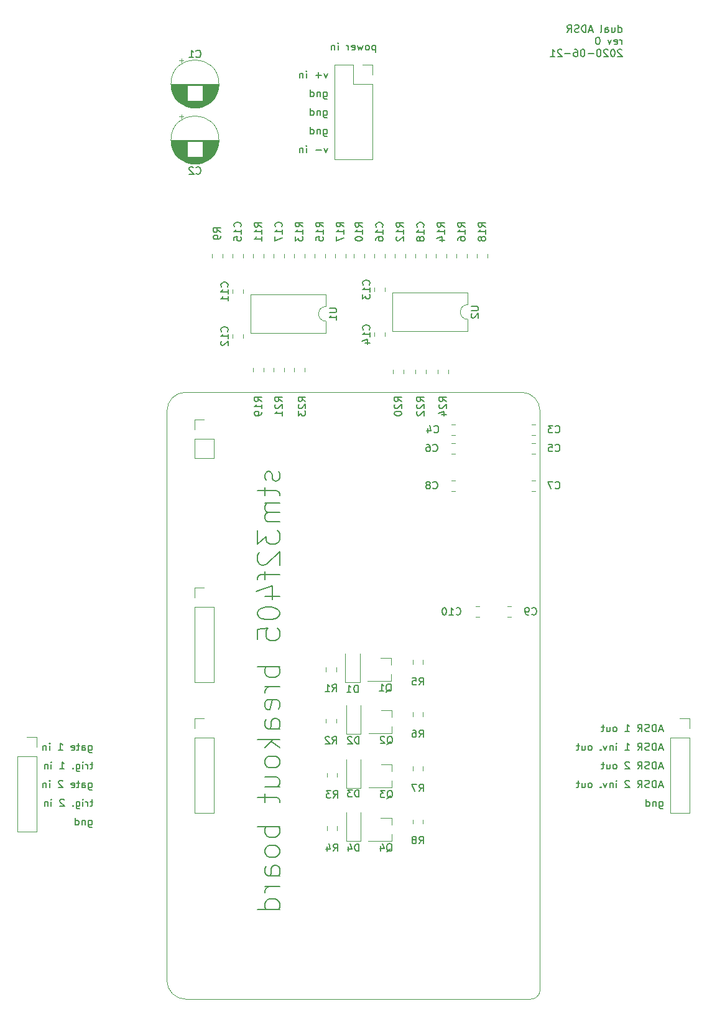
<source format=gbr>
G04 #@! TF.GenerationSoftware,KiCad,Pcbnew,5.1.6-c6e7f7d~86~ubuntu18.04.1*
G04 #@! TF.CreationDate,2020-06-21T16:53:52-04:00*
G04 #@! TF.ProjectId,dual_ADSR,6475616c-5f41-4445-9352-2e6b69636164,rev?*
G04 #@! TF.SameCoordinates,Original*
G04 #@! TF.FileFunction,Legend,Bot*
G04 #@! TF.FilePolarity,Positive*
%FSLAX46Y46*%
G04 Gerber Fmt 4.6, Leading zero omitted, Abs format (unit mm)*
G04 Created by KiCad (PCBNEW 5.1.6-c6e7f7d~86~ubuntu18.04.1) date 2020-06-21 16:53:52*
%MOMM*%
%LPD*%
G01*
G04 APERTURE LIST*
%ADD10C,0.150000*%
%ADD11C,0.120000*%
G04 APERTURE END LIST*
D10*
X128730000Y-28995714D02*
X128730000Y-29995714D01*
X128730000Y-29043333D02*
X128634761Y-28995714D01*
X128444285Y-28995714D01*
X128349047Y-29043333D01*
X128301428Y-29090952D01*
X128253809Y-29186190D01*
X128253809Y-29471904D01*
X128301428Y-29567142D01*
X128349047Y-29614761D01*
X128444285Y-29662380D01*
X128634761Y-29662380D01*
X128730000Y-29614761D01*
X127682380Y-29662380D02*
X127777619Y-29614761D01*
X127825238Y-29567142D01*
X127872857Y-29471904D01*
X127872857Y-29186190D01*
X127825238Y-29090952D01*
X127777619Y-29043333D01*
X127682380Y-28995714D01*
X127539523Y-28995714D01*
X127444285Y-29043333D01*
X127396666Y-29090952D01*
X127349047Y-29186190D01*
X127349047Y-29471904D01*
X127396666Y-29567142D01*
X127444285Y-29614761D01*
X127539523Y-29662380D01*
X127682380Y-29662380D01*
X127015714Y-28995714D02*
X126825238Y-29662380D01*
X126634761Y-29186190D01*
X126444285Y-29662380D01*
X126253809Y-28995714D01*
X125491904Y-29614761D02*
X125587142Y-29662380D01*
X125777619Y-29662380D01*
X125872857Y-29614761D01*
X125920476Y-29519523D01*
X125920476Y-29138571D01*
X125872857Y-29043333D01*
X125777619Y-28995714D01*
X125587142Y-28995714D01*
X125491904Y-29043333D01*
X125444285Y-29138571D01*
X125444285Y-29233809D01*
X125920476Y-29329047D01*
X125015714Y-29662380D02*
X125015714Y-28995714D01*
X125015714Y-29186190D02*
X124968095Y-29090952D01*
X124920476Y-29043333D01*
X124825238Y-28995714D01*
X124730000Y-28995714D01*
X123634761Y-29662380D02*
X123634761Y-28995714D01*
X123634761Y-28662380D02*
X123682380Y-28710000D01*
X123634761Y-28757619D01*
X123587142Y-28710000D01*
X123634761Y-28662380D01*
X123634761Y-28757619D01*
X123158571Y-28995714D02*
X123158571Y-29662380D01*
X123158571Y-29090952D02*
X123110952Y-29043333D01*
X123015714Y-28995714D01*
X122872857Y-28995714D01*
X122777619Y-29043333D01*
X122730000Y-29138571D01*
X122730000Y-29662380D01*
X115514285Y-86982857D02*
X115657142Y-87268571D01*
X115657142Y-87840000D01*
X115514285Y-88125714D01*
X115228571Y-88268571D01*
X115085714Y-88268571D01*
X114800000Y-88125714D01*
X114657142Y-87840000D01*
X114657142Y-87411428D01*
X114514285Y-87125714D01*
X114228571Y-86982857D01*
X114085714Y-86982857D01*
X113800000Y-87125714D01*
X113657142Y-87411428D01*
X113657142Y-87840000D01*
X113800000Y-88125714D01*
X113657142Y-89125714D02*
X113657142Y-90268571D01*
X112657142Y-89554285D02*
X115228571Y-89554285D01*
X115514285Y-89697142D01*
X115657142Y-89982857D01*
X115657142Y-90268571D01*
X115657142Y-91268571D02*
X113657142Y-91268571D01*
X113942857Y-91268571D02*
X113800000Y-91411428D01*
X113657142Y-91697142D01*
X113657142Y-92125714D01*
X113800000Y-92411428D01*
X114085714Y-92554285D01*
X115657142Y-92554285D01*
X114085714Y-92554285D02*
X113800000Y-92697142D01*
X113657142Y-92982857D01*
X113657142Y-93411428D01*
X113800000Y-93697142D01*
X114085714Y-93840000D01*
X115657142Y-93840000D01*
X112657142Y-94982857D02*
X112657142Y-96840000D01*
X113800000Y-95840000D01*
X113800000Y-96268571D01*
X113942857Y-96554285D01*
X114085714Y-96697142D01*
X114371428Y-96840000D01*
X115085714Y-96840000D01*
X115371428Y-96697142D01*
X115514285Y-96554285D01*
X115657142Y-96268571D01*
X115657142Y-95411428D01*
X115514285Y-95125714D01*
X115371428Y-94982857D01*
X112942857Y-97982857D02*
X112800000Y-98125714D01*
X112657142Y-98411428D01*
X112657142Y-99125714D01*
X112800000Y-99411428D01*
X112942857Y-99554285D01*
X113228571Y-99697142D01*
X113514285Y-99697142D01*
X113942857Y-99554285D01*
X115657142Y-97839999D01*
X115657142Y-99697142D01*
X113657142Y-100554285D02*
X113657142Y-101697142D01*
X115657142Y-100982857D02*
X113085714Y-100982857D01*
X112800000Y-101125714D01*
X112657142Y-101411428D01*
X112657142Y-101697142D01*
X113657142Y-103982857D02*
X115657142Y-103982857D01*
X112514285Y-103268571D02*
X114657142Y-102554285D01*
X114657142Y-104411428D01*
X112657142Y-106125714D02*
X112657142Y-106411428D01*
X112800000Y-106697142D01*
X112942857Y-106840000D01*
X113228571Y-106982857D01*
X113800000Y-107125714D01*
X114514285Y-107125714D01*
X115085714Y-106982857D01*
X115371428Y-106840000D01*
X115514285Y-106697142D01*
X115657142Y-106411428D01*
X115657142Y-106125714D01*
X115514285Y-105840000D01*
X115371428Y-105697142D01*
X115085714Y-105554285D01*
X114514285Y-105411428D01*
X113800000Y-105411428D01*
X113228571Y-105554285D01*
X112942857Y-105697142D01*
X112800000Y-105840000D01*
X112657142Y-106125714D01*
X112657142Y-109840000D02*
X112657142Y-108411428D01*
X114085714Y-108268571D01*
X113942857Y-108411428D01*
X113800000Y-108697142D01*
X113800000Y-109411428D01*
X113942857Y-109697142D01*
X114085714Y-109840000D01*
X114371428Y-109982857D01*
X115085714Y-109982857D01*
X115371428Y-109840000D01*
X115514285Y-109697142D01*
X115657142Y-109411428D01*
X115657142Y-108697142D01*
X115514285Y-108411428D01*
X115371428Y-108268571D01*
X115657142Y-113554285D02*
X112657142Y-113554285D01*
X113800000Y-113554285D02*
X113657142Y-113840000D01*
X113657142Y-114411428D01*
X113800000Y-114697142D01*
X113942857Y-114840000D01*
X114228571Y-114982857D01*
X115085714Y-114982857D01*
X115371428Y-114840000D01*
X115514285Y-114697142D01*
X115657142Y-114411428D01*
X115657142Y-113840000D01*
X115514285Y-113554285D01*
X115657142Y-116268571D02*
X113657142Y-116268571D01*
X114228571Y-116268571D02*
X113942857Y-116411428D01*
X113800000Y-116554285D01*
X113657142Y-116840000D01*
X113657142Y-117125714D01*
X115514285Y-119268571D02*
X115657142Y-118982857D01*
X115657142Y-118411428D01*
X115514285Y-118125714D01*
X115228571Y-117982857D01*
X114085714Y-117982857D01*
X113800000Y-118125714D01*
X113657142Y-118411428D01*
X113657142Y-118982857D01*
X113800000Y-119268571D01*
X114085714Y-119411428D01*
X114371428Y-119411428D01*
X114657142Y-117982857D01*
X115657142Y-121982857D02*
X114085714Y-121982857D01*
X113800000Y-121840000D01*
X113657142Y-121554285D01*
X113657142Y-120982857D01*
X113800000Y-120697142D01*
X115514285Y-121982857D02*
X115657142Y-121697142D01*
X115657142Y-120982857D01*
X115514285Y-120697142D01*
X115228571Y-120554285D01*
X114942857Y-120554285D01*
X114657142Y-120697142D01*
X114514285Y-120982857D01*
X114514285Y-121697142D01*
X114371428Y-121982857D01*
X115657142Y-123411428D02*
X112657142Y-123411428D01*
X114514285Y-123697142D02*
X115657142Y-124554285D01*
X113657142Y-124554285D02*
X114800000Y-123411428D01*
X115657142Y-126268571D02*
X115514285Y-125982857D01*
X115371428Y-125839999D01*
X115085714Y-125697142D01*
X114228571Y-125697142D01*
X113942857Y-125839999D01*
X113800000Y-125982857D01*
X113657142Y-126268571D01*
X113657142Y-126697142D01*
X113800000Y-126982857D01*
X113942857Y-127125714D01*
X114228571Y-127268571D01*
X115085714Y-127268571D01*
X115371428Y-127125714D01*
X115514285Y-126982857D01*
X115657142Y-126697142D01*
X115657142Y-126268571D01*
X113657142Y-129839999D02*
X115657142Y-129839999D01*
X113657142Y-128554285D02*
X115228571Y-128554285D01*
X115514285Y-128697142D01*
X115657142Y-128982857D01*
X115657142Y-129411428D01*
X115514285Y-129697142D01*
X115371428Y-129839999D01*
X113657142Y-130839999D02*
X113657142Y-131982857D01*
X112657142Y-131268571D02*
X115228571Y-131268571D01*
X115514285Y-131411428D01*
X115657142Y-131697142D01*
X115657142Y-131982857D01*
X115657142Y-135268571D02*
X112657142Y-135268571D01*
X113800000Y-135268571D02*
X113657142Y-135554285D01*
X113657142Y-136125714D01*
X113800000Y-136411428D01*
X113942857Y-136554285D01*
X114228571Y-136697142D01*
X115085714Y-136697142D01*
X115371428Y-136554285D01*
X115514285Y-136411428D01*
X115657142Y-136125714D01*
X115657142Y-135554285D01*
X115514285Y-135268571D01*
X115657142Y-138411428D02*
X115514285Y-138125714D01*
X115371428Y-137982857D01*
X115085714Y-137840000D01*
X114228571Y-137840000D01*
X113942857Y-137982857D01*
X113800000Y-138125714D01*
X113657142Y-138411428D01*
X113657142Y-138840000D01*
X113800000Y-139125714D01*
X113942857Y-139268571D01*
X114228571Y-139411428D01*
X115085714Y-139411428D01*
X115371428Y-139268571D01*
X115514285Y-139125714D01*
X115657142Y-138840000D01*
X115657142Y-138411428D01*
X115657142Y-141982857D02*
X114085714Y-141982857D01*
X113800000Y-141840000D01*
X113657142Y-141554285D01*
X113657142Y-140982857D01*
X113800000Y-140697142D01*
X115514285Y-141982857D02*
X115657142Y-141697142D01*
X115657142Y-140982857D01*
X115514285Y-140697142D01*
X115228571Y-140554285D01*
X114942857Y-140554285D01*
X114657142Y-140697142D01*
X114514285Y-140982857D01*
X114514285Y-141697142D01*
X114371428Y-141982857D01*
X115657142Y-143411428D02*
X113657142Y-143411428D01*
X114228571Y-143411428D02*
X113942857Y-143554285D01*
X113800000Y-143697142D01*
X113657142Y-143982857D01*
X113657142Y-144268571D01*
X115657142Y-146554285D02*
X112657142Y-146554285D01*
X115514285Y-146554285D02*
X115657142Y-146268571D01*
X115657142Y-145697142D01*
X115514285Y-145411428D01*
X115371428Y-145268571D01*
X115085714Y-145125714D01*
X114228571Y-145125714D01*
X113942857Y-145268571D01*
X113800000Y-145411428D01*
X113657142Y-145697142D01*
X113657142Y-146268571D01*
X113800000Y-146554285D01*
D11*
X151130000Y-157480000D02*
G75*
G02*
X149860000Y-158750000I-1270000J0D01*
G01*
X102870000Y-158750000D02*
G75*
G02*
X100330000Y-156210000I0J2540000D01*
G01*
X100330000Y-78740000D02*
G75*
G02*
X102870000Y-76200000I2540000J0D01*
G01*
X148590000Y-76200000D02*
G75*
G02*
X151130000Y-78740000I0J-2540000D01*
G01*
X100330000Y-156210000D02*
X100330000Y-78740000D01*
X149860000Y-158750000D02*
X102870000Y-158750000D01*
X151130000Y-78740000D02*
X151130000Y-157480000D01*
X148590000Y-76200000D02*
X148590000Y-76200000D01*
X102870000Y-76200000D02*
X148590000Y-76200000D01*
D10*
X122187642Y-42965714D02*
X121949547Y-43632380D01*
X121711452Y-42965714D01*
X121330500Y-43251428D02*
X120568595Y-43251428D01*
X119330500Y-43632380D02*
X119330500Y-42965714D01*
X119330500Y-42632380D02*
X119378119Y-42680000D01*
X119330500Y-42727619D01*
X119282880Y-42680000D01*
X119330500Y-42632380D01*
X119330500Y-42727619D01*
X118854309Y-42965714D02*
X118854309Y-43632380D01*
X118854309Y-43060952D02*
X118806690Y-43013333D01*
X118711452Y-42965714D01*
X118568595Y-42965714D01*
X118473357Y-43013333D01*
X118425738Y-43108571D01*
X118425738Y-43632380D01*
X121663833Y-40425714D02*
X121663833Y-41235238D01*
X121711452Y-41330476D01*
X121759071Y-41378095D01*
X121854309Y-41425714D01*
X121997166Y-41425714D01*
X122092404Y-41378095D01*
X121663833Y-41044761D02*
X121759071Y-41092380D01*
X121949547Y-41092380D01*
X122044785Y-41044761D01*
X122092404Y-40997142D01*
X122140023Y-40901904D01*
X122140023Y-40616190D01*
X122092404Y-40520952D01*
X122044785Y-40473333D01*
X121949547Y-40425714D01*
X121759071Y-40425714D01*
X121663833Y-40473333D01*
X121187642Y-40425714D02*
X121187642Y-41092380D01*
X121187642Y-40520952D02*
X121140023Y-40473333D01*
X121044785Y-40425714D01*
X120901928Y-40425714D01*
X120806690Y-40473333D01*
X120759071Y-40568571D01*
X120759071Y-41092380D01*
X119854309Y-41092380D02*
X119854309Y-40092380D01*
X119854309Y-41044761D02*
X119949547Y-41092380D01*
X120140023Y-41092380D01*
X120235261Y-41044761D01*
X120282880Y-40997142D01*
X120330500Y-40901904D01*
X120330500Y-40616190D01*
X120282880Y-40520952D01*
X120235261Y-40473333D01*
X120140023Y-40425714D01*
X119949547Y-40425714D01*
X119854309Y-40473333D01*
X121663833Y-37885714D02*
X121663833Y-38695238D01*
X121711452Y-38790476D01*
X121759071Y-38838095D01*
X121854309Y-38885714D01*
X121997166Y-38885714D01*
X122092404Y-38838095D01*
X121663833Y-38504761D02*
X121759071Y-38552380D01*
X121949547Y-38552380D01*
X122044785Y-38504761D01*
X122092404Y-38457142D01*
X122140023Y-38361904D01*
X122140023Y-38076190D01*
X122092404Y-37980952D01*
X122044785Y-37933333D01*
X121949547Y-37885714D01*
X121759071Y-37885714D01*
X121663833Y-37933333D01*
X121187642Y-37885714D02*
X121187642Y-38552380D01*
X121187642Y-37980952D02*
X121140023Y-37933333D01*
X121044785Y-37885714D01*
X120901928Y-37885714D01*
X120806690Y-37933333D01*
X120759071Y-38028571D01*
X120759071Y-38552380D01*
X119854309Y-38552380D02*
X119854309Y-37552380D01*
X119854309Y-38504761D02*
X119949547Y-38552380D01*
X120140023Y-38552380D01*
X120235261Y-38504761D01*
X120282880Y-38457142D01*
X120330500Y-38361904D01*
X120330500Y-38076190D01*
X120282880Y-37980952D01*
X120235261Y-37933333D01*
X120140023Y-37885714D01*
X119949547Y-37885714D01*
X119854309Y-37933333D01*
X121663833Y-35345714D02*
X121663833Y-36155238D01*
X121711452Y-36250476D01*
X121759071Y-36298095D01*
X121854309Y-36345714D01*
X121997166Y-36345714D01*
X122092404Y-36298095D01*
X121663833Y-35964761D02*
X121759071Y-36012380D01*
X121949547Y-36012380D01*
X122044785Y-35964761D01*
X122092404Y-35917142D01*
X122140023Y-35821904D01*
X122140023Y-35536190D01*
X122092404Y-35440952D01*
X122044785Y-35393333D01*
X121949547Y-35345714D01*
X121759071Y-35345714D01*
X121663833Y-35393333D01*
X121187642Y-35345714D02*
X121187642Y-36012380D01*
X121187642Y-35440952D02*
X121140023Y-35393333D01*
X121044785Y-35345714D01*
X120901928Y-35345714D01*
X120806690Y-35393333D01*
X120759071Y-35488571D01*
X120759071Y-36012380D01*
X119854309Y-36012380D02*
X119854309Y-35012380D01*
X119854309Y-35964761D02*
X119949547Y-36012380D01*
X120140023Y-36012380D01*
X120235261Y-35964761D01*
X120282880Y-35917142D01*
X120330500Y-35821904D01*
X120330500Y-35536190D01*
X120282880Y-35440952D01*
X120235261Y-35393333D01*
X120140023Y-35345714D01*
X119949547Y-35345714D01*
X119854309Y-35393333D01*
X122187642Y-32805714D02*
X121949547Y-33472380D01*
X121711452Y-32805714D01*
X121330500Y-33091428D02*
X120568595Y-33091428D01*
X120949547Y-33472380D02*
X120949547Y-32710476D01*
X119330500Y-33472380D02*
X119330500Y-32805714D01*
X119330500Y-32472380D02*
X119378119Y-32520000D01*
X119330500Y-32567619D01*
X119282880Y-32520000D01*
X119330500Y-32472380D01*
X119330500Y-32567619D01*
X118854309Y-32805714D02*
X118854309Y-33472380D01*
X118854309Y-32900952D02*
X118806690Y-32853333D01*
X118711452Y-32805714D01*
X118568595Y-32805714D01*
X118473357Y-32853333D01*
X118425738Y-32948571D01*
X118425738Y-33472380D01*
X161795833Y-27250380D02*
X161795833Y-26250380D01*
X161795833Y-27202761D02*
X161891071Y-27250380D01*
X162081547Y-27250380D01*
X162176785Y-27202761D01*
X162224404Y-27155142D01*
X162272023Y-27059904D01*
X162272023Y-26774190D01*
X162224404Y-26678952D01*
X162176785Y-26631333D01*
X162081547Y-26583714D01*
X161891071Y-26583714D01*
X161795833Y-26631333D01*
X160891071Y-26583714D02*
X160891071Y-27250380D01*
X161319642Y-26583714D02*
X161319642Y-27107523D01*
X161272023Y-27202761D01*
X161176785Y-27250380D01*
X161033928Y-27250380D01*
X160938690Y-27202761D01*
X160891071Y-27155142D01*
X159986309Y-27250380D02*
X159986309Y-26726571D01*
X160033928Y-26631333D01*
X160129166Y-26583714D01*
X160319642Y-26583714D01*
X160414880Y-26631333D01*
X159986309Y-27202761D02*
X160081547Y-27250380D01*
X160319642Y-27250380D01*
X160414880Y-27202761D01*
X160462500Y-27107523D01*
X160462500Y-27012285D01*
X160414880Y-26917047D01*
X160319642Y-26869428D01*
X160081547Y-26869428D01*
X159986309Y-26821809D01*
X159367261Y-27250380D02*
X159462500Y-27202761D01*
X159510119Y-27107523D01*
X159510119Y-26250380D01*
X158272023Y-26964666D02*
X157795833Y-26964666D01*
X158367261Y-27250380D02*
X158033928Y-26250380D01*
X157700595Y-27250380D01*
X157367261Y-27250380D02*
X157367261Y-26250380D01*
X157129166Y-26250380D01*
X156986309Y-26298000D01*
X156891071Y-26393238D01*
X156843452Y-26488476D01*
X156795833Y-26678952D01*
X156795833Y-26821809D01*
X156843452Y-27012285D01*
X156891071Y-27107523D01*
X156986309Y-27202761D01*
X157129166Y-27250380D01*
X157367261Y-27250380D01*
X156414880Y-27202761D02*
X156272023Y-27250380D01*
X156033928Y-27250380D01*
X155938690Y-27202761D01*
X155891071Y-27155142D01*
X155843452Y-27059904D01*
X155843452Y-26964666D01*
X155891071Y-26869428D01*
X155938690Y-26821809D01*
X156033928Y-26774190D01*
X156224404Y-26726571D01*
X156319642Y-26678952D01*
X156367261Y-26631333D01*
X156414880Y-26536095D01*
X156414880Y-26440857D01*
X156367261Y-26345619D01*
X156319642Y-26298000D01*
X156224404Y-26250380D01*
X155986309Y-26250380D01*
X155843452Y-26298000D01*
X154843452Y-27250380D02*
X155176785Y-26774190D01*
X155414880Y-27250380D02*
X155414880Y-26250380D01*
X155033928Y-26250380D01*
X154938690Y-26298000D01*
X154891071Y-26345619D01*
X154843452Y-26440857D01*
X154843452Y-26583714D01*
X154891071Y-26678952D01*
X154938690Y-26726571D01*
X155033928Y-26774190D01*
X155414880Y-26774190D01*
X162224404Y-28900380D02*
X162224404Y-28233714D01*
X162224404Y-28424190D02*
X162176785Y-28328952D01*
X162129166Y-28281333D01*
X162033928Y-28233714D01*
X161938690Y-28233714D01*
X161224404Y-28852761D02*
X161319642Y-28900380D01*
X161510119Y-28900380D01*
X161605357Y-28852761D01*
X161652976Y-28757523D01*
X161652976Y-28376571D01*
X161605357Y-28281333D01*
X161510119Y-28233714D01*
X161319642Y-28233714D01*
X161224404Y-28281333D01*
X161176785Y-28376571D01*
X161176785Y-28471809D01*
X161652976Y-28567047D01*
X160843452Y-28233714D02*
X160605357Y-28900380D01*
X160367261Y-28233714D01*
X159033928Y-27900380D02*
X158938690Y-27900380D01*
X158843452Y-27948000D01*
X158795833Y-27995619D01*
X158748214Y-28090857D01*
X158700595Y-28281333D01*
X158700595Y-28519428D01*
X158748214Y-28709904D01*
X158795833Y-28805142D01*
X158843452Y-28852761D01*
X158938690Y-28900380D01*
X159033928Y-28900380D01*
X159129166Y-28852761D01*
X159176785Y-28805142D01*
X159224404Y-28709904D01*
X159272023Y-28519428D01*
X159272023Y-28281333D01*
X159224404Y-28090857D01*
X159176785Y-27995619D01*
X159129166Y-27948000D01*
X159033928Y-27900380D01*
X162272023Y-29645619D02*
X162224404Y-29598000D01*
X162129166Y-29550380D01*
X161891071Y-29550380D01*
X161795833Y-29598000D01*
X161748214Y-29645619D01*
X161700595Y-29740857D01*
X161700595Y-29836095D01*
X161748214Y-29978952D01*
X162319642Y-30550380D01*
X161700595Y-30550380D01*
X161081547Y-29550380D02*
X160986309Y-29550380D01*
X160891071Y-29598000D01*
X160843452Y-29645619D01*
X160795833Y-29740857D01*
X160748214Y-29931333D01*
X160748214Y-30169428D01*
X160795833Y-30359904D01*
X160843452Y-30455142D01*
X160891071Y-30502761D01*
X160986309Y-30550380D01*
X161081547Y-30550380D01*
X161176785Y-30502761D01*
X161224404Y-30455142D01*
X161272023Y-30359904D01*
X161319642Y-30169428D01*
X161319642Y-29931333D01*
X161272023Y-29740857D01*
X161224404Y-29645619D01*
X161176785Y-29598000D01*
X161081547Y-29550380D01*
X160367261Y-29645619D02*
X160319642Y-29598000D01*
X160224404Y-29550380D01*
X159986309Y-29550380D01*
X159891071Y-29598000D01*
X159843452Y-29645619D01*
X159795833Y-29740857D01*
X159795833Y-29836095D01*
X159843452Y-29978952D01*
X160414880Y-30550380D01*
X159795833Y-30550380D01*
X159176785Y-29550380D02*
X159081547Y-29550380D01*
X158986309Y-29598000D01*
X158938690Y-29645619D01*
X158891071Y-29740857D01*
X158843452Y-29931333D01*
X158843452Y-30169428D01*
X158891071Y-30359904D01*
X158938690Y-30455142D01*
X158986309Y-30502761D01*
X159081547Y-30550380D01*
X159176785Y-30550380D01*
X159272023Y-30502761D01*
X159319642Y-30455142D01*
X159367261Y-30359904D01*
X159414880Y-30169428D01*
X159414880Y-29931333D01*
X159367261Y-29740857D01*
X159319642Y-29645619D01*
X159272023Y-29598000D01*
X159176785Y-29550380D01*
X158414880Y-30169428D02*
X157652976Y-30169428D01*
X156986309Y-29550380D02*
X156891071Y-29550380D01*
X156795833Y-29598000D01*
X156748214Y-29645619D01*
X156700595Y-29740857D01*
X156652976Y-29931333D01*
X156652976Y-30169428D01*
X156700595Y-30359904D01*
X156748214Y-30455142D01*
X156795833Y-30502761D01*
X156891071Y-30550380D01*
X156986309Y-30550380D01*
X157081547Y-30502761D01*
X157129166Y-30455142D01*
X157176785Y-30359904D01*
X157224404Y-30169428D01*
X157224404Y-29931333D01*
X157176785Y-29740857D01*
X157129166Y-29645619D01*
X157081547Y-29598000D01*
X156986309Y-29550380D01*
X155795833Y-29550380D02*
X155986309Y-29550380D01*
X156081547Y-29598000D01*
X156129166Y-29645619D01*
X156224404Y-29788476D01*
X156272023Y-29978952D01*
X156272023Y-30359904D01*
X156224404Y-30455142D01*
X156176785Y-30502761D01*
X156081547Y-30550380D01*
X155891071Y-30550380D01*
X155795833Y-30502761D01*
X155748214Y-30455142D01*
X155700595Y-30359904D01*
X155700595Y-30121809D01*
X155748214Y-30026571D01*
X155795833Y-29978952D01*
X155891071Y-29931333D01*
X156081547Y-29931333D01*
X156176785Y-29978952D01*
X156224404Y-30026571D01*
X156272023Y-30121809D01*
X155272023Y-30169428D02*
X154510119Y-30169428D01*
X154081547Y-29645619D02*
X154033928Y-29598000D01*
X153938690Y-29550380D01*
X153700595Y-29550380D01*
X153605357Y-29598000D01*
X153557738Y-29645619D01*
X153510119Y-29740857D01*
X153510119Y-29836095D01*
X153557738Y-29978952D01*
X154129166Y-30550380D01*
X153510119Y-30550380D01*
X152557738Y-30550380D02*
X153129166Y-30550380D01*
X152843452Y-30550380D02*
X152843452Y-29550380D01*
X152938690Y-29693238D01*
X153033928Y-29788476D01*
X153129166Y-29836095D01*
X89659833Y-134405714D02*
X89659833Y-135215238D01*
X89707452Y-135310476D01*
X89755071Y-135358095D01*
X89850309Y-135405714D01*
X89993166Y-135405714D01*
X90088404Y-135358095D01*
X89659833Y-135024761D02*
X89755071Y-135072380D01*
X89945547Y-135072380D01*
X90040785Y-135024761D01*
X90088404Y-134977142D01*
X90136023Y-134881904D01*
X90136023Y-134596190D01*
X90088404Y-134500952D01*
X90040785Y-134453333D01*
X89945547Y-134405714D01*
X89755071Y-134405714D01*
X89659833Y-134453333D01*
X89183642Y-134405714D02*
X89183642Y-135072380D01*
X89183642Y-134500952D02*
X89136023Y-134453333D01*
X89040785Y-134405714D01*
X88897928Y-134405714D01*
X88802690Y-134453333D01*
X88755071Y-134548571D01*
X88755071Y-135072380D01*
X87850309Y-135072380D02*
X87850309Y-134072380D01*
X87850309Y-135024761D02*
X87945547Y-135072380D01*
X88136023Y-135072380D01*
X88231261Y-135024761D01*
X88278880Y-134977142D01*
X88326500Y-134881904D01*
X88326500Y-134596190D01*
X88278880Y-134500952D01*
X88231261Y-134453333D01*
X88136023Y-134405714D01*
X87945547Y-134405714D01*
X87850309Y-134453333D01*
X90231261Y-131865714D02*
X89850309Y-131865714D01*
X90088404Y-131532380D02*
X90088404Y-132389523D01*
X90040785Y-132484761D01*
X89945547Y-132532380D01*
X89850309Y-132532380D01*
X89516976Y-132532380D02*
X89516976Y-131865714D01*
X89516976Y-132056190D02*
X89469357Y-131960952D01*
X89421738Y-131913333D01*
X89326500Y-131865714D01*
X89231261Y-131865714D01*
X88897928Y-132532380D02*
X88897928Y-131865714D01*
X88897928Y-131532380D02*
X88945547Y-131580000D01*
X88897928Y-131627619D01*
X88850309Y-131580000D01*
X88897928Y-131532380D01*
X88897928Y-131627619D01*
X87993166Y-131865714D02*
X87993166Y-132675238D01*
X88040785Y-132770476D01*
X88088404Y-132818095D01*
X88183642Y-132865714D01*
X88326500Y-132865714D01*
X88421738Y-132818095D01*
X87993166Y-132484761D02*
X88088404Y-132532380D01*
X88278880Y-132532380D01*
X88374119Y-132484761D01*
X88421738Y-132437142D01*
X88469357Y-132341904D01*
X88469357Y-132056190D01*
X88421738Y-131960952D01*
X88374119Y-131913333D01*
X88278880Y-131865714D01*
X88088404Y-131865714D01*
X87993166Y-131913333D01*
X87516976Y-132437142D02*
X87469357Y-132484761D01*
X87516976Y-132532380D01*
X87564595Y-132484761D01*
X87516976Y-132437142D01*
X87516976Y-132532380D01*
X86326500Y-131627619D02*
X86278880Y-131580000D01*
X86183642Y-131532380D01*
X85945547Y-131532380D01*
X85850309Y-131580000D01*
X85802690Y-131627619D01*
X85755071Y-131722857D01*
X85755071Y-131818095D01*
X85802690Y-131960952D01*
X86374119Y-132532380D01*
X85755071Y-132532380D01*
X84564595Y-132532380D02*
X84564595Y-131865714D01*
X84564595Y-131532380D02*
X84612214Y-131580000D01*
X84564595Y-131627619D01*
X84516976Y-131580000D01*
X84564595Y-131532380D01*
X84564595Y-131627619D01*
X84088404Y-131865714D02*
X84088404Y-132532380D01*
X84088404Y-131960952D02*
X84040785Y-131913333D01*
X83945547Y-131865714D01*
X83802690Y-131865714D01*
X83707452Y-131913333D01*
X83659833Y-132008571D01*
X83659833Y-132532380D01*
X89659833Y-129325714D02*
X89659833Y-130135238D01*
X89707452Y-130230476D01*
X89755071Y-130278095D01*
X89850309Y-130325714D01*
X89993166Y-130325714D01*
X90088404Y-130278095D01*
X89659833Y-129944761D02*
X89755071Y-129992380D01*
X89945547Y-129992380D01*
X90040785Y-129944761D01*
X90088404Y-129897142D01*
X90136023Y-129801904D01*
X90136023Y-129516190D01*
X90088404Y-129420952D01*
X90040785Y-129373333D01*
X89945547Y-129325714D01*
X89755071Y-129325714D01*
X89659833Y-129373333D01*
X88755071Y-129992380D02*
X88755071Y-129468571D01*
X88802690Y-129373333D01*
X88897928Y-129325714D01*
X89088404Y-129325714D01*
X89183642Y-129373333D01*
X88755071Y-129944761D02*
X88850309Y-129992380D01*
X89088404Y-129992380D01*
X89183642Y-129944761D01*
X89231261Y-129849523D01*
X89231261Y-129754285D01*
X89183642Y-129659047D01*
X89088404Y-129611428D01*
X88850309Y-129611428D01*
X88755071Y-129563809D01*
X88421738Y-129325714D02*
X88040785Y-129325714D01*
X88278880Y-128992380D02*
X88278880Y-129849523D01*
X88231261Y-129944761D01*
X88136023Y-129992380D01*
X88040785Y-129992380D01*
X87326500Y-129944761D02*
X87421738Y-129992380D01*
X87612214Y-129992380D01*
X87707452Y-129944761D01*
X87755071Y-129849523D01*
X87755071Y-129468571D01*
X87707452Y-129373333D01*
X87612214Y-129325714D01*
X87421738Y-129325714D01*
X87326500Y-129373333D01*
X87278880Y-129468571D01*
X87278880Y-129563809D01*
X87755071Y-129659047D01*
X86136023Y-129087619D02*
X86088404Y-129040000D01*
X85993166Y-128992380D01*
X85755071Y-128992380D01*
X85659833Y-129040000D01*
X85612214Y-129087619D01*
X85564595Y-129182857D01*
X85564595Y-129278095D01*
X85612214Y-129420952D01*
X86183642Y-129992380D01*
X85564595Y-129992380D01*
X84374119Y-129992380D02*
X84374119Y-129325714D01*
X84374119Y-128992380D02*
X84421738Y-129040000D01*
X84374119Y-129087619D01*
X84326500Y-129040000D01*
X84374119Y-128992380D01*
X84374119Y-129087619D01*
X83897928Y-129325714D02*
X83897928Y-129992380D01*
X83897928Y-129420952D02*
X83850309Y-129373333D01*
X83755071Y-129325714D01*
X83612214Y-129325714D01*
X83516976Y-129373333D01*
X83469357Y-129468571D01*
X83469357Y-129992380D01*
X90231261Y-126785714D02*
X89850309Y-126785714D01*
X90088404Y-126452380D02*
X90088404Y-127309523D01*
X90040785Y-127404761D01*
X89945547Y-127452380D01*
X89850309Y-127452380D01*
X89516976Y-127452380D02*
X89516976Y-126785714D01*
X89516976Y-126976190D02*
X89469357Y-126880952D01*
X89421738Y-126833333D01*
X89326500Y-126785714D01*
X89231261Y-126785714D01*
X88897928Y-127452380D02*
X88897928Y-126785714D01*
X88897928Y-126452380D02*
X88945547Y-126500000D01*
X88897928Y-126547619D01*
X88850309Y-126500000D01*
X88897928Y-126452380D01*
X88897928Y-126547619D01*
X87993166Y-126785714D02*
X87993166Y-127595238D01*
X88040785Y-127690476D01*
X88088404Y-127738095D01*
X88183642Y-127785714D01*
X88326500Y-127785714D01*
X88421738Y-127738095D01*
X87993166Y-127404761D02*
X88088404Y-127452380D01*
X88278880Y-127452380D01*
X88374119Y-127404761D01*
X88421738Y-127357142D01*
X88469357Y-127261904D01*
X88469357Y-126976190D01*
X88421738Y-126880952D01*
X88374119Y-126833333D01*
X88278880Y-126785714D01*
X88088404Y-126785714D01*
X87993166Y-126833333D01*
X87516976Y-127357142D02*
X87469357Y-127404761D01*
X87516976Y-127452380D01*
X87564595Y-127404761D01*
X87516976Y-127357142D01*
X87516976Y-127452380D01*
X85755071Y-127452380D02*
X86326500Y-127452380D01*
X86040785Y-127452380D02*
X86040785Y-126452380D01*
X86136023Y-126595238D01*
X86231261Y-126690476D01*
X86326500Y-126738095D01*
X84564595Y-127452380D02*
X84564595Y-126785714D01*
X84564595Y-126452380D02*
X84612214Y-126500000D01*
X84564595Y-126547619D01*
X84516976Y-126500000D01*
X84564595Y-126452380D01*
X84564595Y-126547619D01*
X84088404Y-126785714D02*
X84088404Y-127452380D01*
X84088404Y-126880952D02*
X84040785Y-126833333D01*
X83945547Y-126785714D01*
X83802690Y-126785714D01*
X83707452Y-126833333D01*
X83659833Y-126928571D01*
X83659833Y-127452380D01*
X89659833Y-124245714D02*
X89659833Y-125055238D01*
X89707452Y-125150476D01*
X89755071Y-125198095D01*
X89850309Y-125245714D01*
X89993166Y-125245714D01*
X90088404Y-125198095D01*
X89659833Y-124864761D02*
X89755071Y-124912380D01*
X89945547Y-124912380D01*
X90040785Y-124864761D01*
X90088404Y-124817142D01*
X90136023Y-124721904D01*
X90136023Y-124436190D01*
X90088404Y-124340952D01*
X90040785Y-124293333D01*
X89945547Y-124245714D01*
X89755071Y-124245714D01*
X89659833Y-124293333D01*
X88755071Y-124912380D02*
X88755071Y-124388571D01*
X88802690Y-124293333D01*
X88897928Y-124245714D01*
X89088404Y-124245714D01*
X89183642Y-124293333D01*
X88755071Y-124864761D02*
X88850309Y-124912380D01*
X89088404Y-124912380D01*
X89183642Y-124864761D01*
X89231261Y-124769523D01*
X89231261Y-124674285D01*
X89183642Y-124579047D01*
X89088404Y-124531428D01*
X88850309Y-124531428D01*
X88755071Y-124483809D01*
X88421738Y-124245714D02*
X88040785Y-124245714D01*
X88278880Y-123912380D02*
X88278880Y-124769523D01*
X88231261Y-124864761D01*
X88136023Y-124912380D01*
X88040785Y-124912380D01*
X87326500Y-124864761D02*
X87421738Y-124912380D01*
X87612214Y-124912380D01*
X87707452Y-124864761D01*
X87755071Y-124769523D01*
X87755071Y-124388571D01*
X87707452Y-124293333D01*
X87612214Y-124245714D01*
X87421738Y-124245714D01*
X87326500Y-124293333D01*
X87278880Y-124388571D01*
X87278880Y-124483809D01*
X87755071Y-124579047D01*
X85564595Y-124912380D02*
X86136023Y-124912380D01*
X85850309Y-124912380D02*
X85850309Y-123912380D01*
X85945547Y-124055238D01*
X86040785Y-124150476D01*
X86136023Y-124198095D01*
X84374119Y-124912380D02*
X84374119Y-124245714D01*
X84374119Y-123912380D02*
X84421738Y-123960000D01*
X84374119Y-124007619D01*
X84326500Y-123960000D01*
X84374119Y-123912380D01*
X84374119Y-124007619D01*
X83897928Y-124245714D02*
X83897928Y-124912380D01*
X83897928Y-124340952D02*
X83850309Y-124293333D01*
X83755071Y-124245714D01*
X83612214Y-124245714D01*
X83516976Y-124293333D01*
X83469357Y-124388571D01*
X83469357Y-124912380D01*
X167383833Y-131865714D02*
X167383833Y-132675238D01*
X167431452Y-132770476D01*
X167479071Y-132818095D01*
X167574309Y-132865714D01*
X167717166Y-132865714D01*
X167812404Y-132818095D01*
X167383833Y-132484761D02*
X167479071Y-132532380D01*
X167669547Y-132532380D01*
X167764785Y-132484761D01*
X167812404Y-132437142D01*
X167860023Y-132341904D01*
X167860023Y-132056190D01*
X167812404Y-131960952D01*
X167764785Y-131913333D01*
X167669547Y-131865714D01*
X167479071Y-131865714D01*
X167383833Y-131913333D01*
X166907642Y-131865714D02*
X166907642Y-132532380D01*
X166907642Y-131960952D02*
X166860023Y-131913333D01*
X166764785Y-131865714D01*
X166621928Y-131865714D01*
X166526690Y-131913333D01*
X166479071Y-132008571D01*
X166479071Y-132532380D01*
X165574309Y-132532380D02*
X165574309Y-131532380D01*
X165574309Y-132484761D02*
X165669547Y-132532380D01*
X165860023Y-132532380D01*
X165955261Y-132484761D01*
X166002880Y-132437142D01*
X166050500Y-132341904D01*
X166050500Y-132056190D01*
X166002880Y-131960952D01*
X165955261Y-131913333D01*
X165860023Y-131865714D01*
X165669547Y-131865714D01*
X165574309Y-131913333D01*
X167860023Y-129706666D02*
X167383833Y-129706666D01*
X167955261Y-129992380D02*
X167621928Y-128992380D01*
X167288595Y-129992380D01*
X166955261Y-129992380D02*
X166955261Y-128992380D01*
X166717166Y-128992380D01*
X166574309Y-129040000D01*
X166479071Y-129135238D01*
X166431452Y-129230476D01*
X166383833Y-129420952D01*
X166383833Y-129563809D01*
X166431452Y-129754285D01*
X166479071Y-129849523D01*
X166574309Y-129944761D01*
X166717166Y-129992380D01*
X166955261Y-129992380D01*
X166002880Y-129944761D02*
X165860023Y-129992380D01*
X165621928Y-129992380D01*
X165526690Y-129944761D01*
X165479071Y-129897142D01*
X165431452Y-129801904D01*
X165431452Y-129706666D01*
X165479071Y-129611428D01*
X165526690Y-129563809D01*
X165621928Y-129516190D01*
X165812404Y-129468571D01*
X165907642Y-129420952D01*
X165955261Y-129373333D01*
X166002880Y-129278095D01*
X166002880Y-129182857D01*
X165955261Y-129087619D01*
X165907642Y-129040000D01*
X165812404Y-128992380D01*
X165574309Y-128992380D01*
X165431452Y-129040000D01*
X164431452Y-129992380D02*
X164764785Y-129516190D01*
X165002880Y-129992380D02*
X165002880Y-128992380D01*
X164621928Y-128992380D01*
X164526690Y-129040000D01*
X164479071Y-129087619D01*
X164431452Y-129182857D01*
X164431452Y-129325714D01*
X164479071Y-129420952D01*
X164526690Y-129468571D01*
X164621928Y-129516190D01*
X165002880Y-129516190D01*
X163288595Y-129087619D02*
X163240976Y-129040000D01*
X163145738Y-128992380D01*
X162907642Y-128992380D01*
X162812404Y-129040000D01*
X162764785Y-129087619D01*
X162717166Y-129182857D01*
X162717166Y-129278095D01*
X162764785Y-129420952D01*
X163336214Y-129992380D01*
X162717166Y-129992380D01*
X161526690Y-129992380D02*
X161526690Y-129325714D01*
X161526690Y-128992380D02*
X161574309Y-129040000D01*
X161526690Y-129087619D01*
X161479071Y-129040000D01*
X161526690Y-128992380D01*
X161526690Y-129087619D01*
X161050500Y-129325714D02*
X161050500Y-129992380D01*
X161050500Y-129420952D02*
X161002880Y-129373333D01*
X160907642Y-129325714D01*
X160764785Y-129325714D01*
X160669547Y-129373333D01*
X160621928Y-129468571D01*
X160621928Y-129992380D01*
X160240976Y-129325714D02*
X160002880Y-129992380D01*
X159764785Y-129325714D01*
X159383833Y-129897142D02*
X159336214Y-129944761D01*
X159383833Y-129992380D01*
X159431452Y-129944761D01*
X159383833Y-129897142D01*
X159383833Y-129992380D01*
X158002880Y-129992380D02*
X158098119Y-129944761D01*
X158145738Y-129897142D01*
X158193357Y-129801904D01*
X158193357Y-129516190D01*
X158145738Y-129420952D01*
X158098119Y-129373333D01*
X158002880Y-129325714D01*
X157860023Y-129325714D01*
X157764785Y-129373333D01*
X157717166Y-129420952D01*
X157669547Y-129516190D01*
X157669547Y-129801904D01*
X157717166Y-129897142D01*
X157764785Y-129944761D01*
X157860023Y-129992380D01*
X158002880Y-129992380D01*
X156812404Y-129325714D02*
X156812404Y-129992380D01*
X157240976Y-129325714D02*
X157240976Y-129849523D01*
X157193357Y-129944761D01*
X157098119Y-129992380D01*
X156955261Y-129992380D01*
X156860023Y-129944761D01*
X156812404Y-129897142D01*
X156479071Y-129325714D02*
X156098119Y-129325714D01*
X156336214Y-128992380D02*
X156336214Y-129849523D01*
X156288595Y-129944761D01*
X156193357Y-129992380D01*
X156098119Y-129992380D01*
X167860023Y-127166666D02*
X167383833Y-127166666D01*
X167955261Y-127452380D02*
X167621928Y-126452380D01*
X167288595Y-127452380D01*
X166955261Y-127452380D02*
X166955261Y-126452380D01*
X166717166Y-126452380D01*
X166574309Y-126500000D01*
X166479071Y-126595238D01*
X166431452Y-126690476D01*
X166383833Y-126880952D01*
X166383833Y-127023809D01*
X166431452Y-127214285D01*
X166479071Y-127309523D01*
X166574309Y-127404761D01*
X166717166Y-127452380D01*
X166955261Y-127452380D01*
X166002880Y-127404761D02*
X165860023Y-127452380D01*
X165621928Y-127452380D01*
X165526690Y-127404761D01*
X165479071Y-127357142D01*
X165431452Y-127261904D01*
X165431452Y-127166666D01*
X165479071Y-127071428D01*
X165526690Y-127023809D01*
X165621928Y-126976190D01*
X165812404Y-126928571D01*
X165907642Y-126880952D01*
X165955261Y-126833333D01*
X166002880Y-126738095D01*
X166002880Y-126642857D01*
X165955261Y-126547619D01*
X165907642Y-126500000D01*
X165812404Y-126452380D01*
X165574309Y-126452380D01*
X165431452Y-126500000D01*
X164431452Y-127452380D02*
X164764785Y-126976190D01*
X165002880Y-127452380D02*
X165002880Y-126452380D01*
X164621928Y-126452380D01*
X164526690Y-126500000D01*
X164479071Y-126547619D01*
X164431452Y-126642857D01*
X164431452Y-126785714D01*
X164479071Y-126880952D01*
X164526690Y-126928571D01*
X164621928Y-126976190D01*
X165002880Y-126976190D01*
X163288595Y-126547619D02*
X163240976Y-126500000D01*
X163145738Y-126452380D01*
X162907642Y-126452380D01*
X162812404Y-126500000D01*
X162764785Y-126547619D01*
X162717166Y-126642857D01*
X162717166Y-126738095D01*
X162764785Y-126880952D01*
X163336214Y-127452380D01*
X162717166Y-127452380D01*
X161383833Y-127452380D02*
X161479071Y-127404761D01*
X161526690Y-127357142D01*
X161574309Y-127261904D01*
X161574309Y-126976190D01*
X161526690Y-126880952D01*
X161479071Y-126833333D01*
X161383833Y-126785714D01*
X161240976Y-126785714D01*
X161145738Y-126833333D01*
X161098119Y-126880952D01*
X161050500Y-126976190D01*
X161050500Y-127261904D01*
X161098119Y-127357142D01*
X161145738Y-127404761D01*
X161240976Y-127452380D01*
X161383833Y-127452380D01*
X160193357Y-126785714D02*
X160193357Y-127452380D01*
X160621928Y-126785714D02*
X160621928Y-127309523D01*
X160574309Y-127404761D01*
X160479071Y-127452380D01*
X160336214Y-127452380D01*
X160240976Y-127404761D01*
X160193357Y-127357142D01*
X159860023Y-126785714D02*
X159479071Y-126785714D01*
X159717166Y-126452380D02*
X159717166Y-127309523D01*
X159669547Y-127404761D01*
X159574309Y-127452380D01*
X159479071Y-127452380D01*
X167860023Y-124626666D02*
X167383833Y-124626666D01*
X167955261Y-124912380D02*
X167621928Y-123912380D01*
X167288595Y-124912380D01*
X166955261Y-124912380D02*
X166955261Y-123912380D01*
X166717166Y-123912380D01*
X166574309Y-123960000D01*
X166479071Y-124055238D01*
X166431452Y-124150476D01*
X166383833Y-124340952D01*
X166383833Y-124483809D01*
X166431452Y-124674285D01*
X166479071Y-124769523D01*
X166574309Y-124864761D01*
X166717166Y-124912380D01*
X166955261Y-124912380D01*
X166002880Y-124864761D02*
X165860023Y-124912380D01*
X165621928Y-124912380D01*
X165526690Y-124864761D01*
X165479071Y-124817142D01*
X165431452Y-124721904D01*
X165431452Y-124626666D01*
X165479071Y-124531428D01*
X165526690Y-124483809D01*
X165621928Y-124436190D01*
X165812404Y-124388571D01*
X165907642Y-124340952D01*
X165955261Y-124293333D01*
X166002880Y-124198095D01*
X166002880Y-124102857D01*
X165955261Y-124007619D01*
X165907642Y-123960000D01*
X165812404Y-123912380D01*
X165574309Y-123912380D01*
X165431452Y-123960000D01*
X164431452Y-124912380D02*
X164764785Y-124436190D01*
X165002880Y-124912380D02*
X165002880Y-123912380D01*
X164621928Y-123912380D01*
X164526690Y-123960000D01*
X164479071Y-124007619D01*
X164431452Y-124102857D01*
X164431452Y-124245714D01*
X164479071Y-124340952D01*
X164526690Y-124388571D01*
X164621928Y-124436190D01*
X165002880Y-124436190D01*
X162717166Y-124912380D02*
X163288595Y-124912380D01*
X163002880Y-124912380D02*
X163002880Y-123912380D01*
X163098119Y-124055238D01*
X163193357Y-124150476D01*
X163288595Y-124198095D01*
X161526690Y-124912380D02*
X161526690Y-124245714D01*
X161526690Y-123912380D02*
X161574309Y-123960000D01*
X161526690Y-124007619D01*
X161479071Y-123960000D01*
X161526690Y-123912380D01*
X161526690Y-124007619D01*
X161050500Y-124245714D02*
X161050500Y-124912380D01*
X161050500Y-124340952D02*
X161002880Y-124293333D01*
X160907642Y-124245714D01*
X160764785Y-124245714D01*
X160669547Y-124293333D01*
X160621928Y-124388571D01*
X160621928Y-124912380D01*
X160240976Y-124245714D02*
X160002880Y-124912380D01*
X159764785Y-124245714D01*
X159383833Y-124817142D02*
X159336214Y-124864761D01*
X159383833Y-124912380D01*
X159431452Y-124864761D01*
X159383833Y-124817142D01*
X159383833Y-124912380D01*
X158002880Y-124912380D02*
X158098119Y-124864761D01*
X158145738Y-124817142D01*
X158193357Y-124721904D01*
X158193357Y-124436190D01*
X158145738Y-124340952D01*
X158098119Y-124293333D01*
X158002880Y-124245714D01*
X157860023Y-124245714D01*
X157764785Y-124293333D01*
X157717166Y-124340952D01*
X157669547Y-124436190D01*
X157669547Y-124721904D01*
X157717166Y-124817142D01*
X157764785Y-124864761D01*
X157860023Y-124912380D01*
X158002880Y-124912380D01*
X156812404Y-124245714D02*
X156812404Y-124912380D01*
X157240976Y-124245714D02*
X157240976Y-124769523D01*
X157193357Y-124864761D01*
X157098119Y-124912380D01*
X156955261Y-124912380D01*
X156860023Y-124864761D01*
X156812404Y-124817142D01*
X156479071Y-124245714D02*
X156098119Y-124245714D01*
X156336214Y-123912380D02*
X156336214Y-124769523D01*
X156288595Y-124864761D01*
X156193357Y-124912380D01*
X156098119Y-124912380D01*
X167860023Y-122086666D02*
X167383833Y-122086666D01*
X167955261Y-122372380D02*
X167621928Y-121372380D01*
X167288595Y-122372380D01*
X166955261Y-122372380D02*
X166955261Y-121372380D01*
X166717166Y-121372380D01*
X166574309Y-121420000D01*
X166479071Y-121515238D01*
X166431452Y-121610476D01*
X166383833Y-121800952D01*
X166383833Y-121943809D01*
X166431452Y-122134285D01*
X166479071Y-122229523D01*
X166574309Y-122324761D01*
X166717166Y-122372380D01*
X166955261Y-122372380D01*
X166002880Y-122324761D02*
X165860023Y-122372380D01*
X165621928Y-122372380D01*
X165526690Y-122324761D01*
X165479071Y-122277142D01*
X165431452Y-122181904D01*
X165431452Y-122086666D01*
X165479071Y-121991428D01*
X165526690Y-121943809D01*
X165621928Y-121896190D01*
X165812404Y-121848571D01*
X165907642Y-121800952D01*
X165955261Y-121753333D01*
X166002880Y-121658095D01*
X166002880Y-121562857D01*
X165955261Y-121467619D01*
X165907642Y-121420000D01*
X165812404Y-121372380D01*
X165574309Y-121372380D01*
X165431452Y-121420000D01*
X164431452Y-122372380D02*
X164764785Y-121896190D01*
X165002880Y-122372380D02*
X165002880Y-121372380D01*
X164621928Y-121372380D01*
X164526690Y-121420000D01*
X164479071Y-121467619D01*
X164431452Y-121562857D01*
X164431452Y-121705714D01*
X164479071Y-121800952D01*
X164526690Y-121848571D01*
X164621928Y-121896190D01*
X165002880Y-121896190D01*
X162717166Y-122372380D02*
X163288595Y-122372380D01*
X163002880Y-122372380D02*
X163002880Y-121372380D01*
X163098119Y-121515238D01*
X163193357Y-121610476D01*
X163288595Y-121658095D01*
X161383833Y-122372380D02*
X161479071Y-122324761D01*
X161526690Y-122277142D01*
X161574309Y-122181904D01*
X161574309Y-121896190D01*
X161526690Y-121800952D01*
X161479071Y-121753333D01*
X161383833Y-121705714D01*
X161240976Y-121705714D01*
X161145738Y-121753333D01*
X161098119Y-121800952D01*
X161050500Y-121896190D01*
X161050500Y-122181904D01*
X161098119Y-122277142D01*
X161145738Y-122324761D01*
X161240976Y-122372380D01*
X161383833Y-122372380D01*
X160193357Y-121705714D02*
X160193357Y-122372380D01*
X160621928Y-121705714D02*
X160621928Y-122229523D01*
X160574309Y-122324761D01*
X160479071Y-122372380D01*
X160336214Y-122372380D01*
X160240976Y-122324761D01*
X160193357Y-122277142D01*
X159860023Y-121705714D02*
X159479071Y-121705714D01*
X159717166Y-121372380D02*
X159717166Y-122229523D01*
X159669547Y-122324761D01*
X159574309Y-122372380D01*
X159479071Y-122372380D01*
D11*
X130908000Y-134078000D02*
X129448000Y-134078000D01*
X130908000Y-137238000D02*
X127748000Y-137238000D01*
X130908000Y-137238000D02*
X130908000Y-136308000D01*
X130908000Y-134078000D02*
X130908000Y-135008000D01*
X130959000Y-126817000D02*
X129499000Y-126817000D01*
X130959000Y-129977000D02*
X127799000Y-129977000D01*
X130959000Y-129977000D02*
X130959000Y-129047000D01*
X130959000Y-126817000D02*
X130959000Y-127747000D01*
X130959000Y-119451000D02*
X129499000Y-119451000D01*
X130959000Y-122611000D02*
X127799000Y-122611000D01*
X130959000Y-122611000D02*
X130959000Y-121681000D01*
X130959000Y-119451000D02*
X130959000Y-120381000D01*
X130832000Y-112339000D02*
X129372000Y-112339000D01*
X130832000Y-115499000D02*
X127672000Y-115499000D01*
X130832000Y-115499000D02*
X130832000Y-114569000D01*
X130832000Y-112339000D02*
X130832000Y-113269000D01*
X141284000Y-62628000D02*
X141284000Y-64278000D01*
X131004000Y-62628000D02*
X141284000Y-62628000D01*
X131004000Y-67928000D02*
X131004000Y-62628000D01*
X141284000Y-67928000D02*
X131004000Y-67928000D01*
X141284000Y-66278000D02*
X141284000Y-67928000D01*
X141284000Y-64278000D02*
G75*
G03*
X141284000Y-66278000I0J-1000000D01*
G01*
X121980000Y-62882000D02*
X121980000Y-64532000D01*
X111700000Y-62882000D02*
X121980000Y-62882000D01*
X111700000Y-68182000D02*
X111700000Y-62882000D01*
X121980000Y-68182000D02*
X111700000Y-68182000D01*
X121980000Y-66532000D02*
X121980000Y-68182000D01*
X121980000Y-64532000D02*
G75*
G03*
X121980000Y-66532000I0J-1000000D01*
G01*
X137212000Y-73667252D02*
X137212000Y-73144748D01*
X138632000Y-73667252D02*
X138632000Y-73144748D01*
X117654000Y-73422252D02*
X117654000Y-72899748D01*
X119074000Y-73422252D02*
X119074000Y-72899748D01*
X134164000Y-73658252D02*
X134164000Y-73135748D01*
X135584000Y-73658252D02*
X135584000Y-73135748D01*
X114860000Y-73422252D02*
X114860000Y-72899748D01*
X116280000Y-73422252D02*
X116280000Y-72899748D01*
X132536000Y-73135748D02*
X132536000Y-73658252D01*
X131116000Y-73135748D02*
X131116000Y-73658252D01*
X113486000Y-72899748D02*
X113486000Y-73422252D01*
X112066000Y-72899748D02*
X112066000Y-73422252D01*
X143966000Y-57405748D02*
X143966000Y-57928252D01*
X142546000Y-57405748D02*
X142546000Y-57928252D01*
X124662000Y-57387748D02*
X124662000Y-57910252D01*
X123242000Y-57387748D02*
X123242000Y-57910252D01*
X141172000Y-57396748D02*
X141172000Y-57919252D01*
X139752000Y-57396748D02*
X139752000Y-57919252D01*
X121868000Y-57396748D02*
X121868000Y-57919252D01*
X120448000Y-57396748D02*
X120448000Y-57919252D01*
X138378000Y-57396748D02*
X138378000Y-57919252D01*
X136958000Y-57396748D02*
X136958000Y-57919252D01*
X119074000Y-57387748D02*
X119074000Y-57910252D01*
X117654000Y-57387748D02*
X117654000Y-57910252D01*
X131370000Y-57928252D02*
X131370000Y-57405748D01*
X132790000Y-57928252D02*
X132790000Y-57405748D01*
X112066000Y-57910252D02*
X112066000Y-57387748D01*
X113486000Y-57910252D02*
X113486000Y-57387748D01*
X127202000Y-57405748D02*
X127202000Y-57928252D01*
X125782000Y-57405748D02*
X125782000Y-57928252D01*
X107898000Y-57387748D02*
X107898000Y-57910252D01*
X106478000Y-57387748D02*
X106478000Y-57910252D01*
X133783000Y-134872252D02*
X133783000Y-134349748D01*
X135203000Y-134872252D02*
X135203000Y-134349748D01*
X133783000Y-127633252D02*
X133783000Y-127110748D01*
X135203000Y-127633252D02*
X135203000Y-127110748D01*
X133783000Y-120267252D02*
X133783000Y-119744748D01*
X135203000Y-120267252D02*
X135203000Y-119744748D01*
X133783000Y-113155252D02*
X133783000Y-112632748D01*
X135203000Y-113155252D02*
X135203000Y-112632748D01*
X122099000Y-135761252D02*
X122099000Y-135238748D01*
X123519000Y-135761252D02*
X123519000Y-135238748D01*
X122099000Y-128522252D02*
X122099000Y-127999748D01*
X123519000Y-128522252D02*
X123519000Y-127999748D01*
X121972000Y-121156252D02*
X121972000Y-120633748D01*
X123392000Y-121156252D02*
X123392000Y-120633748D01*
X121972000Y-114171252D02*
X121972000Y-113648748D01*
X123392000Y-114171252D02*
X123392000Y-113648748D01*
X126730000Y-137252000D02*
X126730000Y-133352000D01*
X124730000Y-137252000D02*
X124730000Y-133352000D01*
X126730000Y-137252000D02*
X124730000Y-137252000D01*
X126730000Y-130013000D02*
X126730000Y-126113000D01*
X124730000Y-130013000D02*
X124730000Y-126113000D01*
X126730000Y-130013000D02*
X124730000Y-130013000D01*
X126730000Y-122647000D02*
X126730000Y-118747000D01*
X124730000Y-122647000D02*
X124730000Y-118747000D01*
X126730000Y-122647000D02*
X124730000Y-122647000D01*
X126603000Y-115662000D02*
X126603000Y-111762000D01*
X124603000Y-115662000D02*
X124603000Y-111762000D01*
X126603000Y-115662000D02*
X124603000Y-115662000D01*
X134164000Y-57928252D02*
X134164000Y-57405748D01*
X135584000Y-57928252D02*
X135584000Y-57405748D01*
X114860000Y-57919252D02*
X114860000Y-57396748D01*
X116280000Y-57919252D02*
X116280000Y-57396748D01*
X128576000Y-57928252D02*
X128576000Y-57405748D01*
X129996000Y-57928252D02*
X129996000Y-57405748D01*
X109272000Y-57910252D02*
X109272000Y-57387748D01*
X110692000Y-57910252D02*
X110692000Y-57387748D01*
X128576000Y-68596252D02*
X128576000Y-68073748D01*
X129996000Y-68596252D02*
X129996000Y-68073748D01*
X128576000Y-62491252D02*
X128576000Y-61968748D01*
X129996000Y-62491252D02*
X129996000Y-61968748D01*
X109272000Y-68850252D02*
X109272000Y-68327748D01*
X110692000Y-68850252D02*
X110692000Y-68327748D01*
X109272000Y-62754252D02*
X109272000Y-62231748D01*
X110692000Y-62754252D02*
X110692000Y-62231748D01*
X142891252Y-106755000D02*
X142368748Y-106755000D01*
X142891252Y-105335000D02*
X142368748Y-105335000D01*
X146668748Y-105335000D02*
X147191252Y-105335000D01*
X146668748Y-106755000D02*
X147191252Y-106755000D01*
X139571252Y-89610000D02*
X139048748Y-89610000D01*
X139571252Y-88190000D02*
X139048748Y-88190000D01*
X149988748Y-88190000D02*
X150511252Y-88190000D01*
X149988748Y-89610000D02*
X150511252Y-89610000D01*
X139571252Y-84530000D02*
X139048748Y-84530000D01*
X139571252Y-83110000D02*
X139048748Y-83110000D01*
X149988748Y-83110000D02*
X150511252Y-83110000D01*
X149988748Y-84530000D02*
X150511252Y-84530000D01*
X139571252Y-81990000D02*
X139048748Y-81990000D01*
X139571252Y-80570000D02*
X139048748Y-80570000D01*
X149988748Y-80570000D02*
X150511252Y-80570000D01*
X149988748Y-81990000D02*
X150511252Y-81990000D01*
X106740000Y-123190000D02*
X104080000Y-123190000D01*
X106740000Y-123190000D02*
X106740000Y-133410000D01*
X106740000Y-133410000D02*
X104080000Y-133410000D01*
X104080000Y-123190000D02*
X104080000Y-133410000D01*
X104080000Y-120590000D02*
X104080000Y-121920000D01*
X105410000Y-120590000D02*
X104080000Y-120590000D01*
X106740000Y-105410000D02*
X104080000Y-105410000D01*
X106740000Y-105410000D02*
X106740000Y-115630000D01*
X106740000Y-115630000D02*
X104080000Y-115630000D01*
X104080000Y-105410000D02*
X104080000Y-115630000D01*
X104080000Y-102810000D02*
X104080000Y-104140000D01*
X105410000Y-102810000D02*
X104080000Y-102810000D01*
X106740000Y-82550000D02*
X104080000Y-82550000D01*
X106740000Y-82550000D02*
X106740000Y-85150000D01*
X106740000Y-85150000D02*
X104080000Y-85150000D01*
X104080000Y-82550000D02*
X104080000Y-85150000D01*
X104080000Y-79950000D02*
X104080000Y-81280000D01*
X105410000Y-79950000D02*
X104080000Y-79950000D01*
X171510000Y-133410000D02*
X168850000Y-133410000D01*
X171510000Y-123190000D02*
X171510000Y-133410000D01*
X168850000Y-123190000D02*
X168850000Y-133410000D01*
X171510000Y-123190000D02*
X168850000Y-123190000D01*
X171510000Y-121920000D02*
X171510000Y-120590000D01*
X171510000Y-120590000D02*
X170180000Y-120590000D01*
X128330000Y-44510000D02*
X123130000Y-44510000D01*
X128330000Y-34290000D02*
X128330000Y-44510000D01*
X123130000Y-31690000D02*
X123130000Y-44510000D01*
X128330000Y-34290000D02*
X125730000Y-34290000D01*
X125730000Y-34290000D02*
X125730000Y-31690000D01*
X125730000Y-31690000D02*
X123130000Y-31690000D01*
X128330000Y-33020000D02*
X128330000Y-31690000D01*
X128330000Y-31690000D02*
X127000000Y-31690000D01*
X82610000Y-135950000D02*
X79950000Y-135950000D01*
X82610000Y-125730000D02*
X82610000Y-135950000D01*
X79950000Y-125730000D02*
X79950000Y-135950000D01*
X82610000Y-125730000D02*
X79950000Y-125730000D01*
X82610000Y-124460000D02*
X82610000Y-123130000D01*
X82610000Y-123130000D02*
X81280000Y-123130000D01*
X107410000Y-41890000D02*
G75*
G03*
X107410000Y-41890000I-3270000J0D01*
G01*
X100910000Y-41890000D02*
X107370000Y-41890000D01*
X100910000Y-41930000D02*
X107370000Y-41930000D01*
X100910000Y-41970000D02*
X107370000Y-41970000D01*
X100912000Y-42010000D02*
X107368000Y-42010000D01*
X100913000Y-42050000D02*
X107367000Y-42050000D01*
X100916000Y-42090000D02*
X107364000Y-42090000D01*
X100918000Y-42130000D02*
X103100000Y-42130000D01*
X105180000Y-42130000D02*
X107362000Y-42130000D01*
X100922000Y-42170000D02*
X103100000Y-42170000D01*
X105180000Y-42170000D02*
X107358000Y-42170000D01*
X100925000Y-42210000D02*
X103100000Y-42210000D01*
X105180000Y-42210000D02*
X107355000Y-42210000D01*
X100929000Y-42250000D02*
X103100000Y-42250000D01*
X105180000Y-42250000D02*
X107351000Y-42250000D01*
X100934000Y-42290000D02*
X103100000Y-42290000D01*
X105180000Y-42290000D02*
X107346000Y-42290000D01*
X100939000Y-42330000D02*
X103100000Y-42330000D01*
X105180000Y-42330000D02*
X107341000Y-42330000D01*
X100945000Y-42370000D02*
X103100000Y-42370000D01*
X105180000Y-42370000D02*
X107335000Y-42370000D01*
X100951000Y-42410000D02*
X103100000Y-42410000D01*
X105180000Y-42410000D02*
X107329000Y-42410000D01*
X100958000Y-42450000D02*
X103100000Y-42450000D01*
X105180000Y-42450000D02*
X107322000Y-42450000D01*
X100965000Y-42490000D02*
X103100000Y-42490000D01*
X105180000Y-42490000D02*
X107315000Y-42490000D01*
X100973000Y-42530000D02*
X103100000Y-42530000D01*
X105180000Y-42530000D02*
X107307000Y-42530000D01*
X100981000Y-42570000D02*
X103100000Y-42570000D01*
X105180000Y-42570000D02*
X107299000Y-42570000D01*
X100990000Y-42611000D02*
X103100000Y-42611000D01*
X105180000Y-42611000D02*
X107290000Y-42611000D01*
X100999000Y-42651000D02*
X103100000Y-42651000D01*
X105180000Y-42651000D02*
X107281000Y-42651000D01*
X101009000Y-42691000D02*
X103100000Y-42691000D01*
X105180000Y-42691000D02*
X107271000Y-42691000D01*
X101019000Y-42731000D02*
X103100000Y-42731000D01*
X105180000Y-42731000D02*
X107261000Y-42731000D01*
X101030000Y-42771000D02*
X103100000Y-42771000D01*
X105180000Y-42771000D02*
X107250000Y-42771000D01*
X101042000Y-42811000D02*
X103100000Y-42811000D01*
X105180000Y-42811000D02*
X107238000Y-42811000D01*
X101054000Y-42851000D02*
X103100000Y-42851000D01*
X105180000Y-42851000D02*
X107226000Y-42851000D01*
X101066000Y-42891000D02*
X103100000Y-42891000D01*
X105180000Y-42891000D02*
X107214000Y-42891000D01*
X101079000Y-42931000D02*
X103100000Y-42931000D01*
X105180000Y-42931000D02*
X107201000Y-42931000D01*
X101093000Y-42971000D02*
X103100000Y-42971000D01*
X105180000Y-42971000D02*
X107187000Y-42971000D01*
X101107000Y-43011000D02*
X103100000Y-43011000D01*
X105180000Y-43011000D02*
X107173000Y-43011000D01*
X101122000Y-43051000D02*
X103100000Y-43051000D01*
X105180000Y-43051000D02*
X107158000Y-43051000D01*
X101138000Y-43091000D02*
X103100000Y-43091000D01*
X105180000Y-43091000D02*
X107142000Y-43091000D01*
X101154000Y-43131000D02*
X103100000Y-43131000D01*
X105180000Y-43131000D02*
X107126000Y-43131000D01*
X101170000Y-43171000D02*
X103100000Y-43171000D01*
X105180000Y-43171000D02*
X107110000Y-43171000D01*
X101188000Y-43211000D02*
X103100000Y-43211000D01*
X105180000Y-43211000D02*
X107092000Y-43211000D01*
X101206000Y-43251000D02*
X103100000Y-43251000D01*
X105180000Y-43251000D02*
X107074000Y-43251000D01*
X101224000Y-43291000D02*
X103100000Y-43291000D01*
X105180000Y-43291000D02*
X107056000Y-43291000D01*
X101244000Y-43331000D02*
X103100000Y-43331000D01*
X105180000Y-43331000D02*
X107036000Y-43331000D01*
X101264000Y-43371000D02*
X103100000Y-43371000D01*
X105180000Y-43371000D02*
X107016000Y-43371000D01*
X101284000Y-43411000D02*
X103100000Y-43411000D01*
X105180000Y-43411000D02*
X106996000Y-43411000D01*
X101306000Y-43451000D02*
X103100000Y-43451000D01*
X105180000Y-43451000D02*
X106974000Y-43451000D01*
X101328000Y-43491000D02*
X103100000Y-43491000D01*
X105180000Y-43491000D02*
X106952000Y-43491000D01*
X101350000Y-43531000D02*
X103100000Y-43531000D01*
X105180000Y-43531000D02*
X106930000Y-43531000D01*
X101374000Y-43571000D02*
X103100000Y-43571000D01*
X105180000Y-43571000D02*
X106906000Y-43571000D01*
X101398000Y-43611000D02*
X103100000Y-43611000D01*
X105180000Y-43611000D02*
X106882000Y-43611000D01*
X101424000Y-43651000D02*
X103100000Y-43651000D01*
X105180000Y-43651000D02*
X106856000Y-43651000D01*
X101450000Y-43691000D02*
X103100000Y-43691000D01*
X105180000Y-43691000D02*
X106830000Y-43691000D01*
X101476000Y-43731000D02*
X103100000Y-43731000D01*
X105180000Y-43731000D02*
X106804000Y-43731000D01*
X101504000Y-43771000D02*
X103100000Y-43771000D01*
X105180000Y-43771000D02*
X106776000Y-43771000D01*
X101533000Y-43811000D02*
X103100000Y-43811000D01*
X105180000Y-43811000D02*
X106747000Y-43811000D01*
X101562000Y-43851000D02*
X103100000Y-43851000D01*
X105180000Y-43851000D02*
X106718000Y-43851000D01*
X101592000Y-43891000D02*
X103100000Y-43891000D01*
X105180000Y-43891000D02*
X106688000Y-43891000D01*
X101624000Y-43931000D02*
X103100000Y-43931000D01*
X105180000Y-43931000D02*
X106656000Y-43931000D01*
X101656000Y-43971000D02*
X103100000Y-43971000D01*
X105180000Y-43971000D02*
X106624000Y-43971000D01*
X101690000Y-44011000D02*
X103100000Y-44011000D01*
X105180000Y-44011000D02*
X106590000Y-44011000D01*
X101724000Y-44051000D02*
X103100000Y-44051000D01*
X105180000Y-44051000D02*
X106556000Y-44051000D01*
X101760000Y-44091000D02*
X103100000Y-44091000D01*
X105180000Y-44091000D02*
X106520000Y-44091000D01*
X101797000Y-44131000D02*
X103100000Y-44131000D01*
X105180000Y-44131000D02*
X106483000Y-44131000D01*
X101835000Y-44171000D02*
X103100000Y-44171000D01*
X105180000Y-44171000D02*
X106445000Y-44171000D01*
X101875000Y-44211000D02*
X106405000Y-44211000D01*
X101916000Y-44251000D02*
X106364000Y-44251000D01*
X101958000Y-44291000D02*
X106322000Y-44291000D01*
X102003000Y-44331000D02*
X106277000Y-44331000D01*
X102048000Y-44371000D02*
X106232000Y-44371000D01*
X102096000Y-44411000D02*
X106184000Y-44411000D01*
X102145000Y-44451000D02*
X106135000Y-44451000D01*
X102196000Y-44491000D02*
X106084000Y-44491000D01*
X102250000Y-44531000D02*
X106030000Y-44531000D01*
X102306000Y-44571000D02*
X105974000Y-44571000D01*
X102364000Y-44611000D02*
X105916000Y-44611000D01*
X102426000Y-44651000D02*
X105854000Y-44651000D01*
X102490000Y-44691000D02*
X105790000Y-44691000D01*
X102559000Y-44731000D02*
X105721000Y-44731000D01*
X102631000Y-44771000D02*
X105649000Y-44771000D01*
X102708000Y-44811000D02*
X105572000Y-44811000D01*
X102790000Y-44851000D02*
X105490000Y-44851000D01*
X102878000Y-44891000D02*
X105402000Y-44891000D01*
X102975000Y-44931000D02*
X105305000Y-44931000D01*
X103081000Y-44971000D02*
X105199000Y-44971000D01*
X103200000Y-45011000D02*
X105080000Y-45011000D01*
X103338000Y-45051000D02*
X104942000Y-45051000D01*
X103507000Y-45091000D02*
X104773000Y-45091000D01*
X103738000Y-45131000D02*
X104542000Y-45131000D01*
X102301000Y-38389759D02*
X102301000Y-39019759D01*
X101986000Y-38704759D02*
X102616000Y-38704759D01*
X107410000Y-34270000D02*
G75*
G03*
X107410000Y-34270000I-3270000J0D01*
G01*
X100910000Y-34270000D02*
X107370000Y-34270000D01*
X100910000Y-34310000D02*
X107370000Y-34310000D01*
X100910000Y-34350000D02*
X107370000Y-34350000D01*
X100912000Y-34390000D02*
X107368000Y-34390000D01*
X100913000Y-34430000D02*
X107367000Y-34430000D01*
X100916000Y-34470000D02*
X107364000Y-34470000D01*
X100918000Y-34510000D02*
X103100000Y-34510000D01*
X105180000Y-34510000D02*
X107362000Y-34510000D01*
X100922000Y-34550000D02*
X103100000Y-34550000D01*
X105180000Y-34550000D02*
X107358000Y-34550000D01*
X100925000Y-34590000D02*
X103100000Y-34590000D01*
X105180000Y-34590000D02*
X107355000Y-34590000D01*
X100929000Y-34630000D02*
X103100000Y-34630000D01*
X105180000Y-34630000D02*
X107351000Y-34630000D01*
X100934000Y-34670000D02*
X103100000Y-34670000D01*
X105180000Y-34670000D02*
X107346000Y-34670000D01*
X100939000Y-34710000D02*
X103100000Y-34710000D01*
X105180000Y-34710000D02*
X107341000Y-34710000D01*
X100945000Y-34750000D02*
X103100000Y-34750000D01*
X105180000Y-34750000D02*
X107335000Y-34750000D01*
X100951000Y-34790000D02*
X103100000Y-34790000D01*
X105180000Y-34790000D02*
X107329000Y-34790000D01*
X100958000Y-34830000D02*
X103100000Y-34830000D01*
X105180000Y-34830000D02*
X107322000Y-34830000D01*
X100965000Y-34870000D02*
X103100000Y-34870000D01*
X105180000Y-34870000D02*
X107315000Y-34870000D01*
X100973000Y-34910000D02*
X103100000Y-34910000D01*
X105180000Y-34910000D02*
X107307000Y-34910000D01*
X100981000Y-34950000D02*
X103100000Y-34950000D01*
X105180000Y-34950000D02*
X107299000Y-34950000D01*
X100990000Y-34991000D02*
X103100000Y-34991000D01*
X105180000Y-34991000D02*
X107290000Y-34991000D01*
X100999000Y-35031000D02*
X103100000Y-35031000D01*
X105180000Y-35031000D02*
X107281000Y-35031000D01*
X101009000Y-35071000D02*
X103100000Y-35071000D01*
X105180000Y-35071000D02*
X107271000Y-35071000D01*
X101019000Y-35111000D02*
X103100000Y-35111000D01*
X105180000Y-35111000D02*
X107261000Y-35111000D01*
X101030000Y-35151000D02*
X103100000Y-35151000D01*
X105180000Y-35151000D02*
X107250000Y-35151000D01*
X101042000Y-35191000D02*
X103100000Y-35191000D01*
X105180000Y-35191000D02*
X107238000Y-35191000D01*
X101054000Y-35231000D02*
X103100000Y-35231000D01*
X105180000Y-35231000D02*
X107226000Y-35231000D01*
X101066000Y-35271000D02*
X103100000Y-35271000D01*
X105180000Y-35271000D02*
X107214000Y-35271000D01*
X101079000Y-35311000D02*
X103100000Y-35311000D01*
X105180000Y-35311000D02*
X107201000Y-35311000D01*
X101093000Y-35351000D02*
X103100000Y-35351000D01*
X105180000Y-35351000D02*
X107187000Y-35351000D01*
X101107000Y-35391000D02*
X103100000Y-35391000D01*
X105180000Y-35391000D02*
X107173000Y-35391000D01*
X101122000Y-35431000D02*
X103100000Y-35431000D01*
X105180000Y-35431000D02*
X107158000Y-35431000D01*
X101138000Y-35471000D02*
X103100000Y-35471000D01*
X105180000Y-35471000D02*
X107142000Y-35471000D01*
X101154000Y-35511000D02*
X103100000Y-35511000D01*
X105180000Y-35511000D02*
X107126000Y-35511000D01*
X101170000Y-35551000D02*
X103100000Y-35551000D01*
X105180000Y-35551000D02*
X107110000Y-35551000D01*
X101188000Y-35591000D02*
X103100000Y-35591000D01*
X105180000Y-35591000D02*
X107092000Y-35591000D01*
X101206000Y-35631000D02*
X103100000Y-35631000D01*
X105180000Y-35631000D02*
X107074000Y-35631000D01*
X101224000Y-35671000D02*
X103100000Y-35671000D01*
X105180000Y-35671000D02*
X107056000Y-35671000D01*
X101244000Y-35711000D02*
X103100000Y-35711000D01*
X105180000Y-35711000D02*
X107036000Y-35711000D01*
X101264000Y-35751000D02*
X103100000Y-35751000D01*
X105180000Y-35751000D02*
X107016000Y-35751000D01*
X101284000Y-35791000D02*
X103100000Y-35791000D01*
X105180000Y-35791000D02*
X106996000Y-35791000D01*
X101306000Y-35831000D02*
X103100000Y-35831000D01*
X105180000Y-35831000D02*
X106974000Y-35831000D01*
X101328000Y-35871000D02*
X103100000Y-35871000D01*
X105180000Y-35871000D02*
X106952000Y-35871000D01*
X101350000Y-35911000D02*
X103100000Y-35911000D01*
X105180000Y-35911000D02*
X106930000Y-35911000D01*
X101374000Y-35951000D02*
X103100000Y-35951000D01*
X105180000Y-35951000D02*
X106906000Y-35951000D01*
X101398000Y-35991000D02*
X103100000Y-35991000D01*
X105180000Y-35991000D02*
X106882000Y-35991000D01*
X101424000Y-36031000D02*
X103100000Y-36031000D01*
X105180000Y-36031000D02*
X106856000Y-36031000D01*
X101450000Y-36071000D02*
X103100000Y-36071000D01*
X105180000Y-36071000D02*
X106830000Y-36071000D01*
X101476000Y-36111000D02*
X103100000Y-36111000D01*
X105180000Y-36111000D02*
X106804000Y-36111000D01*
X101504000Y-36151000D02*
X103100000Y-36151000D01*
X105180000Y-36151000D02*
X106776000Y-36151000D01*
X101533000Y-36191000D02*
X103100000Y-36191000D01*
X105180000Y-36191000D02*
X106747000Y-36191000D01*
X101562000Y-36231000D02*
X103100000Y-36231000D01*
X105180000Y-36231000D02*
X106718000Y-36231000D01*
X101592000Y-36271000D02*
X103100000Y-36271000D01*
X105180000Y-36271000D02*
X106688000Y-36271000D01*
X101624000Y-36311000D02*
X103100000Y-36311000D01*
X105180000Y-36311000D02*
X106656000Y-36311000D01*
X101656000Y-36351000D02*
X103100000Y-36351000D01*
X105180000Y-36351000D02*
X106624000Y-36351000D01*
X101690000Y-36391000D02*
X103100000Y-36391000D01*
X105180000Y-36391000D02*
X106590000Y-36391000D01*
X101724000Y-36431000D02*
X103100000Y-36431000D01*
X105180000Y-36431000D02*
X106556000Y-36431000D01*
X101760000Y-36471000D02*
X103100000Y-36471000D01*
X105180000Y-36471000D02*
X106520000Y-36471000D01*
X101797000Y-36511000D02*
X103100000Y-36511000D01*
X105180000Y-36511000D02*
X106483000Y-36511000D01*
X101835000Y-36551000D02*
X103100000Y-36551000D01*
X105180000Y-36551000D02*
X106445000Y-36551000D01*
X101875000Y-36591000D02*
X106405000Y-36591000D01*
X101916000Y-36631000D02*
X106364000Y-36631000D01*
X101958000Y-36671000D02*
X106322000Y-36671000D01*
X102003000Y-36711000D02*
X106277000Y-36711000D01*
X102048000Y-36751000D02*
X106232000Y-36751000D01*
X102096000Y-36791000D02*
X106184000Y-36791000D01*
X102145000Y-36831000D02*
X106135000Y-36831000D01*
X102196000Y-36871000D02*
X106084000Y-36871000D01*
X102250000Y-36911000D02*
X106030000Y-36911000D01*
X102306000Y-36951000D02*
X105974000Y-36951000D01*
X102364000Y-36991000D02*
X105916000Y-36991000D01*
X102426000Y-37031000D02*
X105854000Y-37031000D01*
X102490000Y-37071000D02*
X105790000Y-37071000D01*
X102559000Y-37111000D02*
X105721000Y-37111000D01*
X102631000Y-37151000D02*
X105649000Y-37151000D01*
X102708000Y-37191000D02*
X105572000Y-37191000D01*
X102790000Y-37231000D02*
X105490000Y-37231000D01*
X102878000Y-37271000D02*
X105402000Y-37271000D01*
X102975000Y-37311000D02*
X105305000Y-37311000D01*
X103081000Y-37351000D02*
X105199000Y-37351000D01*
X103200000Y-37391000D02*
X105080000Y-37391000D01*
X103338000Y-37431000D02*
X104942000Y-37431000D01*
X103507000Y-37471000D02*
X104773000Y-37471000D01*
X103738000Y-37511000D02*
X104542000Y-37511000D01*
X102301000Y-30769759D02*
X102301000Y-31399759D01*
X101986000Y-31084759D02*
X102616000Y-31084759D01*
D10*
X130243238Y-138705619D02*
X130338476Y-138658000D01*
X130433714Y-138562761D01*
X130576571Y-138419904D01*
X130671809Y-138372285D01*
X130767047Y-138372285D01*
X130719428Y-138610380D02*
X130814666Y-138562761D01*
X130909904Y-138467523D01*
X130957523Y-138277047D01*
X130957523Y-137943714D01*
X130909904Y-137753238D01*
X130814666Y-137658000D01*
X130719428Y-137610380D01*
X130528952Y-137610380D01*
X130433714Y-137658000D01*
X130338476Y-137753238D01*
X130290857Y-137943714D01*
X130290857Y-138277047D01*
X130338476Y-138467523D01*
X130433714Y-138562761D01*
X130528952Y-138610380D01*
X130719428Y-138610380D01*
X129433714Y-137943714D02*
X129433714Y-138610380D01*
X129671809Y-137562761D02*
X129909904Y-138277047D01*
X129290857Y-138277047D01*
X130294238Y-131444619D02*
X130389476Y-131397000D01*
X130484714Y-131301761D01*
X130627571Y-131158904D01*
X130722809Y-131111285D01*
X130818047Y-131111285D01*
X130770428Y-131349380D02*
X130865666Y-131301761D01*
X130960904Y-131206523D01*
X131008523Y-131016047D01*
X131008523Y-130682714D01*
X130960904Y-130492238D01*
X130865666Y-130397000D01*
X130770428Y-130349380D01*
X130579952Y-130349380D01*
X130484714Y-130397000D01*
X130389476Y-130492238D01*
X130341857Y-130682714D01*
X130341857Y-131016047D01*
X130389476Y-131206523D01*
X130484714Y-131301761D01*
X130579952Y-131349380D01*
X130770428Y-131349380D01*
X130008523Y-130349380D02*
X129389476Y-130349380D01*
X129722809Y-130730333D01*
X129579952Y-130730333D01*
X129484714Y-130777952D01*
X129437095Y-130825571D01*
X129389476Y-130920809D01*
X129389476Y-131158904D01*
X129437095Y-131254142D01*
X129484714Y-131301761D01*
X129579952Y-131349380D01*
X129865666Y-131349380D01*
X129960904Y-131301761D01*
X130008523Y-131254142D01*
X130294238Y-124078619D02*
X130389476Y-124031000D01*
X130484714Y-123935761D01*
X130627571Y-123792904D01*
X130722809Y-123745285D01*
X130818047Y-123745285D01*
X130770428Y-123983380D02*
X130865666Y-123935761D01*
X130960904Y-123840523D01*
X131008523Y-123650047D01*
X131008523Y-123316714D01*
X130960904Y-123126238D01*
X130865666Y-123031000D01*
X130770428Y-122983380D01*
X130579952Y-122983380D01*
X130484714Y-123031000D01*
X130389476Y-123126238D01*
X130341857Y-123316714D01*
X130341857Y-123650047D01*
X130389476Y-123840523D01*
X130484714Y-123935761D01*
X130579952Y-123983380D01*
X130770428Y-123983380D01*
X129960904Y-123078619D02*
X129913285Y-123031000D01*
X129818047Y-122983380D01*
X129579952Y-122983380D01*
X129484714Y-123031000D01*
X129437095Y-123078619D01*
X129389476Y-123173857D01*
X129389476Y-123269095D01*
X129437095Y-123411952D01*
X130008523Y-123983380D01*
X129389476Y-123983380D01*
X130167238Y-116966619D02*
X130262476Y-116919000D01*
X130357714Y-116823761D01*
X130500571Y-116680904D01*
X130595809Y-116633285D01*
X130691047Y-116633285D01*
X130643428Y-116871380D02*
X130738666Y-116823761D01*
X130833904Y-116728523D01*
X130881523Y-116538047D01*
X130881523Y-116204714D01*
X130833904Y-116014238D01*
X130738666Y-115919000D01*
X130643428Y-115871380D01*
X130452952Y-115871380D01*
X130357714Y-115919000D01*
X130262476Y-116014238D01*
X130214857Y-116204714D01*
X130214857Y-116538047D01*
X130262476Y-116728523D01*
X130357714Y-116823761D01*
X130452952Y-116871380D01*
X130643428Y-116871380D01*
X129262476Y-116871380D02*
X129833904Y-116871380D01*
X129548190Y-116871380D02*
X129548190Y-115871380D01*
X129643428Y-116014238D01*
X129738666Y-116109476D01*
X129833904Y-116157095D01*
X141736380Y-64516095D02*
X142545904Y-64516095D01*
X142641142Y-64563714D01*
X142688761Y-64611333D01*
X142736380Y-64706571D01*
X142736380Y-64897047D01*
X142688761Y-64992285D01*
X142641142Y-65039904D01*
X142545904Y-65087523D01*
X141736380Y-65087523D01*
X141831619Y-65516095D02*
X141784000Y-65563714D01*
X141736380Y-65658952D01*
X141736380Y-65897047D01*
X141784000Y-65992285D01*
X141831619Y-66039904D01*
X141926857Y-66087523D01*
X142022095Y-66087523D01*
X142164952Y-66039904D01*
X142736380Y-65468476D01*
X142736380Y-66087523D01*
X122432380Y-64770095D02*
X123241904Y-64770095D01*
X123337142Y-64817714D01*
X123384761Y-64865333D01*
X123432380Y-64960571D01*
X123432380Y-65151047D01*
X123384761Y-65246285D01*
X123337142Y-65293904D01*
X123241904Y-65341523D01*
X122432380Y-65341523D01*
X123432380Y-66341523D02*
X123432380Y-65770095D01*
X123432380Y-66055809D02*
X122432380Y-66055809D01*
X122575238Y-65960571D01*
X122670476Y-65865333D01*
X122718095Y-65770095D01*
X138374380Y-77462142D02*
X137898190Y-77128809D01*
X138374380Y-76890714D02*
X137374380Y-76890714D01*
X137374380Y-77271666D01*
X137422000Y-77366904D01*
X137469619Y-77414523D01*
X137564857Y-77462142D01*
X137707714Y-77462142D01*
X137802952Y-77414523D01*
X137850571Y-77366904D01*
X137898190Y-77271666D01*
X137898190Y-76890714D01*
X137469619Y-77843095D02*
X137422000Y-77890714D01*
X137374380Y-77985952D01*
X137374380Y-78224047D01*
X137422000Y-78319285D01*
X137469619Y-78366904D01*
X137564857Y-78414523D01*
X137660095Y-78414523D01*
X137802952Y-78366904D01*
X138374380Y-77795476D01*
X138374380Y-78414523D01*
X137707714Y-79271666D02*
X138374380Y-79271666D01*
X137326761Y-79033571D02*
X138041047Y-78795476D01*
X138041047Y-79414523D01*
X119197380Y-77462142D02*
X118721190Y-77128809D01*
X119197380Y-76890714D02*
X118197380Y-76890714D01*
X118197380Y-77271666D01*
X118245000Y-77366904D01*
X118292619Y-77414523D01*
X118387857Y-77462142D01*
X118530714Y-77462142D01*
X118625952Y-77414523D01*
X118673571Y-77366904D01*
X118721190Y-77271666D01*
X118721190Y-76890714D01*
X118292619Y-77843095D02*
X118245000Y-77890714D01*
X118197380Y-77985952D01*
X118197380Y-78224047D01*
X118245000Y-78319285D01*
X118292619Y-78366904D01*
X118387857Y-78414523D01*
X118483095Y-78414523D01*
X118625952Y-78366904D01*
X119197380Y-77795476D01*
X119197380Y-78414523D01*
X118197380Y-78747857D02*
X118197380Y-79366904D01*
X118578333Y-79033571D01*
X118578333Y-79176428D01*
X118625952Y-79271666D01*
X118673571Y-79319285D01*
X118768809Y-79366904D01*
X119006904Y-79366904D01*
X119102142Y-79319285D01*
X119149761Y-79271666D01*
X119197380Y-79176428D01*
X119197380Y-78890714D01*
X119149761Y-78795476D01*
X119102142Y-78747857D01*
X135326380Y-77462142D02*
X134850190Y-77128809D01*
X135326380Y-76890714D02*
X134326380Y-76890714D01*
X134326380Y-77271666D01*
X134374000Y-77366904D01*
X134421619Y-77414523D01*
X134516857Y-77462142D01*
X134659714Y-77462142D01*
X134754952Y-77414523D01*
X134802571Y-77366904D01*
X134850190Y-77271666D01*
X134850190Y-76890714D01*
X134421619Y-77843095D02*
X134374000Y-77890714D01*
X134326380Y-77985952D01*
X134326380Y-78224047D01*
X134374000Y-78319285D01*
X134421619Y-78366904D01*
X134516857Y-78414523D01*
X134612095Y-78414523D01*
X134754952Y-78366904D01*
X135326380Y-77795476D01*
X135326380Y-78414523D01*
X134421619Y-78795476D02*
X134374000Y-78843095D01*
X134326380Y-78938333D01*
X134326380Y-79176428D01*
X134374000Y-79271666D01*
X134421619Y-79319285D01*
X134516857Y-79366904D01*
X134612095Y-79366904D01*
X134754952Y-79319285D01*
X135326380Y-78747857D01*
X135326380Y-79366904D01*
X116022380Y-77462142D02*
X115546190Y-77128809D01*
X116022380Y-76890714D02*
X115022380Y-76890714D01*
X115022380Y-77271666D01*
X115070000Y-77366904D01*
X115117619Y-77414523D01*
X115212857Y-77462142D01*
X115355714Y-77462142D01*
X115450952Y-77414523D01*
X115498571Y-77366904D01*
X115546190Y-77271666D01*
X115546190Y-76890714D01*
X115117619Y-77843095D02*
X115070000Y-77890714D01*
X115022380Y-77985952D01*
X115022380Y-78224047D01*
X115070000Y-78319285D01*
X115117619Y-78366904D01*
X115212857Y-78414523D01*
X115308095Y-78414523D01*
X115450952Y-78366904D01*
X116022380Y-77795476D01*
X116022380Y-78414523D01*
X116022380Y-79366904D02*
X116022380Y-78795476D01*
X116022380Y-79081190D02*
X115022380Y-79081190D01*
X115165238Y-78985952D01*
X115260476Y-78890714D01*
X115308095Y-78795476D01*
X132278380Y-77462142D02*
X131802190Y-77128809D01*
X132278380Y-76890714D02*
X131278380Y-76890714D01*
X131278380Y-77271666D01*
X131326000Y-77366904D01*
X131373619Y-77414523D01*
X131468857Y-77462142D01*
X131611714Y-77462142D01*
X131706952Y-77414523D01*
X131754571Y-77366904D01*
X131802190Y-77271666D01*
X131802190Y-76890714D01*
X131373619Y-77843095D02*
X131326000Y-77890714D01*
X131278380Y-77985952D01*
X131278380Y-78224047D01*
X131326000Y-78319285D01*
X131373619Y-78366904D01*
X131468857Y-78414523D01*
X131564095Y-78414523D01*
X131706952Y-78366904D01*
X132278380Y-77795476D01*
X132278380Y-78414523D01*
X131278380Y-79033571D02*
X131278380Y-79128809D01*
X131326000Y-79224047D01*
X131373619Y-79271666D01*
X131468857Y-79319285D01*
X131659333Y-79366904D01*
X131897428Y-79366904D01*
X132087904Y-79319285D01*
X132183142Y-79271666D01*
X132230761Y-79224047D01*
X132278380Y-79128809D01*
X132278380Y-79033571D01*
X132230761Y-78938333D01*
X132183142Y-78890714D01*
X132087904Y-78843095D01*
X131897428Y-78795476D01*
X131659333Y-78795476D01*
X131468857Y-78843095D01*
X131373619Y-78890714D01*
X131326000Y-78938333D01*
X131278380Y-79033571D01*
X113228380Y-77462142D02*
X112752190Y-77128809D01*
X113228380Y-76890714D02*
X112228380Y-76890714D01*
X112228380Y-77271666D01*
X112276000Y-77366904D01*
X112323619Y-77414523D01*
X112418857Y-77462142D01*
X112561714Y-77462142D01*
X112656952Y-77414523D01*
X112704571Y-77366904D01*
X112752190Y-77271666D01*
X112752190Y-76890714D01*
X113228380Y-78414523D02*
X113228380Y-77843095D01*
X113228380Y-78128809D02*
X112228380Y-78128809D01*
X112371238Y-78033571D01*
X112466476Y-77938333D01*
X112514095Y-77843095D01*
X113228380Y-78890714D02*
X113228380Y-79081190D01*
X113180761Y-79176428D01*
X113133142Y-79224047D01*
X112990285Y-79319285D01*
X112799809Y-79366904D01*
X112418857Y-79366904D01*
X112323619Y-79319285D01*
X112276000Y-79271666D01*
X112228380Y-79176428D01*
X112228380Y-78985952D01*
X112276000Y-78890714D01*
X112323619Y-78843095D01*
X112418857Y-78795476D01*
X112656952Y-78795476D01*
X112752190Y-78843095D01*
X112799809Y-78890714D01*
X112847428Y-78985952D01*
X112847428Y-79176428D01*
X112799809Y-79271666D01*
X112752190Y-79319285D01*
X112656952Y-79366904D01*
X143708380Y-53713142D02*
X143232190Y-53379809D01*
X143708380Y-53141714D02*
X142708380Y-53141714D01*
X142708380Y-53522666D01*
X142756000Y-53617904D01*
X142803619Y-53665523D01*
X142898857Y-53713142D01*
X143041714Y-53713142D01*
X143136952Y-53665523D01*
X143184571Y-53617904D01*
X143232190Y-53522666D01*
X143232190Y-53141714D01*
X143708380Y-54665523D02*
X143708380Y-54094095D01*
X143708380Y-54379809D02*
X142708380Y-54379809D01*
X142851238Y-54284571D01*
X142946476Y-54189333D01*
X142994095Y-54094095D01*
X143136952Y-55236952D02*
X143089333Y-55141714D01*
X143041714Y-55094095D01*
X142946476Y-55046476D01*
X142898857Y-55046476D01*
X142803619Y-55094095D01*
X142756000Y-55141714D01*
X142708380Y-55236952D01*
X142708380Y-55427428D01*
X142756000Y-55522666D01*
X142803619Y-55570285D01*
X142898857Y-55617904D01*
X142946476Y-55617904D01*
X143041714Y-55570285D01*
X143089333Y-55522666D01*
X143136952Y-55427428D01*
X143136952Y-55236952D01*
X143184571Y-55141714D01*
X143232190Y-55094095D01*
X143327428Y-55046476D01*
X143517904Y-55046476D01*
X143613142Y-55094095D01*
X143660761Y-55141714D01*
X143708380Y-55236952D01*
X143708380Y-55427428D01*
X143660761Y-55522666D01*
X143613142Y-55570285D01*
X143517904Y-55617904D01*
X143327428Y-55617904D01*
X143232190Y-55570285D01*
X143184571Y-55522666D01*
X143136952Y-55427428D01*
X124404380Y-53695142D02*
X123928190Y-53361809D01*
X124404380Y-53123714D02*
X123404380Y-53123714D01*
X123404380Y-53504666D01*
X123452000Y-53599904D01*
X123499619Y-53647523D01*
X123594857Y-53695142D01*
X123737714Y-53695142D01*
X123832952Y-53647523D01*
X123880571Y-53599904D01*
X123928190Y-53504666D01*
X123928190Y-53123714D01*
X124404380Y-54647523D02*
X124404380Y-54076095D01*
X124404380Y-54361809D02*
X123404380Y-54361809D01*
X123547238Y-54266571D01*
X123642476Y-54171333D01*
X123690095Y-54076095D01*
X123404380Y-54980857D02*
X123404380Y-55647523D01*
X124404380Y-55218952D01*
X140914380Y-53713142D02*
X140438190Y-53379809D01*
X140914380Y-53141714D02*
X139914380Y-53141714D01*
X139914380Y-53522666D01*
X139962000Y-53617904D01*
X140009619Y-53665523D01*
X140104857Y-53713142D01*
X140247714Y-53713142D01*
X140342952Y-53665523D01*
X140390571Y-53617904D01*
X140438190Y-53522666D01*
X140438190Y-53141714D01*
X140914380Y-54665523D02*
X140914380Y-54094095D01*
X140914380Y-54379809D02*
X139914380Y-54379809D01*
X140057238Y-54284571D01*
X140152476Y-54189333D01*
X140200095Y-54094095D01*
X139914380Y-55522666D02*
X139914380Y-55332190D01*
X139962000Y-55236952D01*
X140009619Y-55189333D01*
X140152476Y-55094095D01*
X140342952Y-55046476D01*
X140723904Y-55046476D01*
X140819142Y-55094095D01*
X140866761Y-55141714D01*
X140914380Y-55236952D01*
X140914380Y-55427428D01*
X140866761Y-55522666D01*
X140819142Y-55570285D01*
X140723904Y-55617904D01*
X140485809Y-55617904D01*
X140390571Y-55570285D01*
X140342952Y-55522666D01*
X140295333Y-55427428D01*
X140295333Y-55236952D01*
X140342952Y-55141714D01*
X140390571Y-55094095D01*
X140485809Y-55046476D01*
X121610380Y-53704142D02*
X121134190Y-53370809D01*
X121610380Y-53132714D02*
X120610380Y-53132714D01*
X120610380Y-53513666D01*
X120658000Y-53608904D01*
X120705619Y-53656523D01*
X120800857Y-53704142D01*
X120943714Y-53704142D01*
X121038952Y-53656523D01*
X121086571Y-53608904D01*
X121134190Y-53513666D01*
X121134190Y-53132714D01*
X121610380Y-54656523D02*
X121610380Y-54085095D01*
X121610380Y-54370809D02*
X120610380Y-54370809D01*
X120753238Y-54275571D01*
X120848476Y-54180333D01*
X120896095Y-54085095D01*
X120610380Y-55561285D02*
X120610380Y-55085095D01*
X121086571Y-55037476D01*
X121038952Y-55085095D01*
X120991333Y-55180333D01*
X120991333Y-55418428D01*
X121038952Y-55513666D01*
X121086571Y-55561285D01*
X121181809Y-55608904D01*
X121419904Y-55608904D01*
X121515142Y-55561285D01*
X121562761Y-55513666D01*
X121610380Y-55418428D01*
X121610380Y-55180333D01*
X121562761Y-55085095D01*
X121515142Y-55037476D01*
X138120380Y-53713142D02*
X137644190Y-53379809D01*
X138120380Y-53141714D02*
X137120380Y-53141714D01*
X137120380Y-53522666D01*
X137168000Y-53617904D01*
X137215619Y-53665523D01*
X137310857Y-53713142D01*
X137453714Y-53713142D01*
X137548952Y-53665523D01*
X137596571Y-53617904D01*
X137644190Y-53522666D01*
X137644190Y-53141714D01*
X138120380Y-54665523D02*
X138120380Y-54094095D01*
X138120380Y-54379809D02*
X137120380Y-54379809D01*
X137263238Y-54284571D01*
X137358476Y-54189333D01*
X137406095Y-54094095D01*
X137453714Y-55522666D02*
X138120380Y-55522666D01*
X137072761Y-55284571D02*
X137787047Y-55046476D01*
X137787047Y-55665523D01*
X118816380Y-53704142D02*
X118340190Y-53370809D01*
X118816380Y-53132714D02*
X117816380Y-53132714D01*
X117816380Y-53513666D01*
X117864000Y-53608904D01*
X117911619Y-53656523D01*
X118006857Y-53704142D01*
X118149714Y-53704142D01*
X118244952Y-53656523D01*
X118292571Y-53608904D01*
X118340190Y-53513666D01*
X118340190Y-53132714D01*
X118816380Y-54656523D02*
X118816380Y-54085095D01*
X118816380Y-54370809D02*
X117816380Y-54370809D01*
X117959238Y-54275571D01*
X118054476Y-54180333D01*
X118102095Y-54085095D01*
X117816380Y-54989857D02*
X117816380Y-55608904D01*
X118197333Y-55275571D01*
X118197333Y-55418428D01*
X118244952Y-55513666D01*
X118292571Y-55561285D01*
X118387809Y-55608904D01*
X118625904Y-55608904D01*
X118721142Y-55561285D01*
X118768761Y-55513666D01*
X118816380Y-55418428D01*
X118816380Y-55132714D01*
X118768761Y-55037476D01*
X118721142Y-54989857D01*
X132532380Y-53713142D02*
X132056190Y-53379809D01*
X132532380Y-53141714D02*
X131532380Y-53141714D01*
X131532380Y-53522666D01*
X131580000Y-53617904D01*
X131627619Y-53665523D01*
X131722857Y-53713142D01*
X131865714Y-53713142D01*
X131960952Y-53665523D01*
X132008571Y-53617904D01*
X132056190Y-53522666D01*
X132056190Y-53141714D01*
X132532380Y-54665523D02*
X132532380Y-54094095D01*
X132532380Y-54379809D02*
X131532380Y-54379809D01*
X131675238Y-54284571D01*
X131770476Y-54189333D01*
X131818095Y-54094095D01*
X131627619Y-55046476D02*
X131580000Y-55094095D01*
X131532380Y-55189333D01*
X131532380Y-55427428D01*
X131580000Y-55522666D01*
X131627619Y-55570285D01*
X131722857Y-55617904D01*
X131818095Y-55617904D01*
X131960952Y-55570285D01*
X132532380Y-54998857D01*
X132532380Y-55617904D01*
X113228380Y-53713142D02*
X112752190Y-53379809D01*
X113228380Y-53141714D02*
X112228380Y-53141714D01*
X112228380Y-53522666D01*
X112276000Y-53617904D01*
X112323619Y-53665523D01*
X112418857Y-53713142D01*
X112561714Y-53713142D01*
X112656952Y-53665523D01*
X112704571Y-53617904D01*
X112752190Y-53522666D01*
X112752190Y-53141714D01*
X113228380Y-54665523D02*
X113228380Y-54094095D01*
X113228380Y-54379809D02*
X112228380Y-54379809D01*
X112371238Y-54284571D01*
X112466476Y-54189333D01*
X112514095Y-54094095D01*
X113228380Y-55617904D02*
X113228380Y-55046476D01*
X113228380Y-55332190D02*
X112228380Y-55332190D01*
X112371238Y-55236952D01*
X112466476Y-55141714D01*
X112514095Y-55046476D01*
X126944380Y-53713142D02*
X126468190Y-53379809D01*
X126944380Y-53141714D02*
X125944380Y-53141714D01*
X125944380Y-53522666D01*
X125992000Y-53617904D01*
X126039619Y-53665523D01*
X126134857Y-53713142D01*
X126277714Y-53713142D01*
X126372952Y-53665523D01*
X126420571Y-53617904D01*
X126468190Y-53522666D01*
X126468190Y-53141714D01*
X126944380Y-54665523D02*
X126944380Y-54094095D01*
X126944380Y-54379809D02*
X125944380Y-54379809D01*
X126087238Y-54284571D01*
X126182476Y-54189333D01*
X126230095Y-54094095D01*
X125944380Y-55284571D02*
X125944380Y-55379809D01*
X125992000Y-55475047D01*
X126039619Y-55522666D01*
X126134857Y-55570285D01*
X126325333Y-55617904D01*
X126563428Y-55617904D01*
X126753904Y-55570285D01*
X126849142Y-55522666D01*
X126896761Y-55475047D01*
X126944380Y-55379809D01*
X126944380Y-55284571D01*
X126896761Y-55189333D01*
X126849142Y-55141714D01*
X126753904Y-55094095D01*
X126563428Y-55046476D01*
X126325333Y-55046476D01*
X126134857Y-55094095D01*
X126039619Y-55141714D01*
X125992000Y-55189333D01*
X125944380Y-55284571D01*
X107640380Y-54443333D02*
X107164190Y-54110000D01*
X107640380Y-53871904D02*
X106640380Y-53871904D01*
X106640380Y-54252857D01*
X106688000Y-54348095D01*
X106735619Y-54395714D01*
X106830857Y-54443333D01*
X106973714Y-54443333D01*
X107068952Y-54395714D01*
X107116571Y-54348095D01*
X107164190Y-54252857D01*
X107164190Y-53871904D01*
X107640380Y-54919523D02*
X107640380Y-55110000D01*
X107592761Y-55205238D01*
X107545142Y-55252857D01*
X107402285Y-55348095D01*
X107211809Y-55395714D01*
X106830857Y-55395714D01*
X106735619Y-55348095D01*
X106688000Y-55300476D01*
X106640380Y-55205238D01*
X106640380Y-55014761D01*
X106688000Y-54919523D01*
X106735619Y-54871904D01*
X106830857Y-54824285D01*
X107068952Y-54824285D01*
X107164190Y-54871904D01*
X107211809Y-54919523D01*
X107259428Y-55014761D01*
X107259428Y-55205238D01*
X107211809Y-55300476D01*
X107164190Y-55348095D01*
X107068952Y-55395714D01*
X134659666Y-137612380D02*
X134993000Y-137136190D01*
X135231095Y-137612380D02*
X135231095Y-136612380D01*
X134850142Y-136612380D01*
X134754904Y-136660000D01*
X134707285Y-136707619D01*
X134659666Y-136802857D01*
X134659666Y-136945714D01*
X134707285Y-137040952D01*
X134754904Y-137088571D01*
X134850142Y-137136190D01*
X135231095Y-137136190D01*
X134088238Y-137040952D02*
X134183476Y-136993333D01*
X134231095Y-136945714D01*
X134278714Y-136850476D01*
X134278714Y-136802857D01*
X134231095Y-136707619D01*
X134183476Y-136660000D01*
X134088238Y-136612380D01*
X133897761Y-136612380D01*
X133802523Y-136660000D01*
X133754904Y-136707619D01*
X133707285Y-136802857D01*
X133707285Y-136850476D01*
X133754904Y-136945714D01*
X133802523Y-136993333D01*
X133897761Y-137040952D01*
X134088238Y-137040952D01*
X134183476Y-137088571D01*
X134231095Y-137136190D01*
X134278714Y-137231428D01*
X134278714Y-137421904D01*
X134231095Y-137517142D01*
X134183476Y-137564761D01*
X134088238Y-137612380D01*
X133897761Y-137612380D01*
X133802523Y-137564761D01*
X133754904Y-137517142D01*
X133707285Y-137421904D01*
X133707285Y-137231428D01*
X133754904Y-137136190D01*
X133802523Y-137088571D01*
X133897761Y-137040952D01*
X134659666Y-130500380D02*
X134993000Y-130024190D01*
X135231095Y-130500380D02*
X135231095Y-129500380D01*
X134850142Y-129500380D01*
X134754904Y-129548000D01*
X134707285Y-129595619D01*
X134659666Y-129690857D01*
X134659666Y-129833714D01*
X134707285Y-129928952D01*
X134754904Y-129976571D01*
X134850142Y-130024190D01*
X135231095Y-130024190D01*
X134326333Y-129500380D02*
X133659666Y-129500380D01*
X134088238Y-130500380D01*
X134659666Y-123134380D02*
X134993000Y-122658190D01*
X135231095Y-123134380D02*
X135231095Y-122134380D01*
X134850142Y-122134380D01*
X134754904Y-122182000D01*
X134707285Y-122229619D01*
X134659666Y-122324857D01*
X134659666Y-122467714D01*
X134707285Y-122562952D01*
X134754904Y-122610571D01*
X134850142Y-122658190D01*
X135231095Y-122658190D01*
X133802523Y-122134380D02*
X133993000Y-122134380D01*
X134088238Y-122182000D01*
X134135857Y-122229619D01*
X134231095Y-122372476D01*
X134278714Y-122562952D01*
X134278714Y-122943904D01*
X134231095Y-123039142D01*
X134183476Y-123086761D01*
X134088238Y-123134380D01*
X133897761Y-123134380D01*
X133802523Y-123086761D01*
X133754904Y-123039142D01*
X133707285Y-122943904D01*
X133707285Y-122705809D01*
X133754904Y-122610571D01*
X133802523Y-122562952D01*
X133897761Y-122515333D01*
X134088238Y-122515333D01*
X134183476Y-122562952D01*
X134231095Y-122610571D01*
X134278714Y-122705809D01*
X134659666Y-116022380D02*
X134993000Y-115546190D01*
X135231095Y-116022380D02*
X135231095Y-115022380D01*
X134850142Y-115022380D01*
X134754904Y-115070000D01*
X134707285Y-115117619D01*
X134659666Y-115212857D01*
X134659666Y-115355714D01*
X134707285Y-115450952D01*
X134754904Y-115498571D01*
X134850142Y-115546190D01*
X135231095Y-115546190D01*
X133754904Y-115022380D02*
X134231095Y-115022380D01*
X134278714Y-115498571D01*
X134231095Y-115450952D01*
X134135857Y-115403333D01*
X133897761Y-115403333D01*
X133802523Y-115450952D01*
X133754904Y-115498571D01*
X133707285Y-115593809D01*
X133707285Y-115831904D01*
X133754904Y-115927142D01*
X133802523Y-115974761D01*
X133897761Y-116022380D01*
X134135857Y-116022380D01*
X134231095Y-115974761D01*
X134278714Y-115927142D01*
X122975666Y-138628380D02*
X123309000Y-138152190D01*
X123547095Y-138628380D02*
X123547095Y-137628380D01*
X123166142Y-137628380D01*
X123070904Y-137676000D01*
X123023285Y-137723619D01*
X122975666Y-137818857D01*
X122975666Y-137961714D01*
X123023285Y-138056952D01*
X123070904Y-138104571D01*
X123166142Y-138152190D01*
X123547095Y-138152190D01*
X122118523Y-137961714D02*
X122118523Y-138628380D01*
X122356619Y-137580761D02*
X122594714Y-138295047D01*
X121975666Y-138295047D01*
X122975666Y-131389380D02*
X123309000Y-130913190D01*
X123547095Y-131389380D02*
X123547095Y-130389380D01*
X123166142Y-130389380D01*
X123070904Y-130437000D01*
X123023285Y-130484619D01*
X122975666Y-130579857D01*
X122975666Y-130722714D01*
X123023285Y-130817952D01*
X123070904Y-130865571D01*
X123166142Y-130913190D01*
X123547095Y-130913190D01*
X122642333Y-130389380D02*
X122023285Y-130389380D01*
X122356619Y-130770333D01*
X122213761Y-130770333D01*
X122118523Y-130817952D01*
X122070904Y-130865571D01*
X122023285Y-130960809D01*
X122023285Y-131198904D01*
X122070904Y-131294142D01*
X122118523Y-131341761D01*
X122213761Y-131389380D01*
X122499476Y-131389380D01*
X122594714Y-131341761D01*
X122642333Y-131294142D01*
X122848666Y-124014380D02*
X123182000Y-123538190D01*
X123420095Y-124014380D02*
X123420095Y-123014380D01*
X123039142Y-123014380D01*
X122943904Y-123062000D01*
X122896285Y-123109619D01*
X122848666Y-123204857D01*
X122848666Y-123347714D01*
X122896285Y-123442952D01*
X122943904Y-123490571D01*
X123039142Y-123538190D01*
X123420095Y-123538190D01*
X122467714Y-123109619D02*
X122420095Y-123062000D01*
X122324857Y-123014380D01*
X122086761Y-123014380D01*
X121991523Y-123062000D01*
X121943904Y-123109619D01*
X121896285Y-123204857D01*
X121896285Y-123300095D01*
X121943904Y-123442952D01*
X122515333Y-124014380D01*
X121896285Y-124014380D01*
X122848666Y-116911380D02*
X123182000Y-116435190D01*
X123420095Y-116911380D02*
X123420095Y-115911380D01*
X123039142Y-115911380D01*
X122943904Y-115959000D01*
X122896285Y-116006619D01*
X122848666Y-116101857D01*
X122848666Y-116244714D01*
X122896285Y-116339952D01*
X122943904Y-116387571D01*
X123039142Y-116435190D01*
X123420095Y-116435190D01*
X121896285Y-116911380D02*
X122467714Y-116911380D01*
X122182000Y-116911380D02*
X122182000Y-115911380D01*
X122277238Y-116054238D01*
X122372476Y-116149476D01*
X122467714Y-116197095D01*
X126468095Y-138628380D02*
X126468095Y-137628380D01*
X126230000Y-137628380D01*
X126087142Y-137676000D01*
X125991904Y-137771238D01*
X125944285Y-137866476D01*
X125896666Y-138056952D01*
X125896666Y-138199809D01*
X125944285Y-138390285D01*
X125991904Y-138485523D01*
X126087142Y-138580761D01*
X126230000Y-138628380D01*
X126468095Y-138628380D01*
X125039523Y-137961714D02*
X125039523Y-138628380D01*
X125277619Y-137580761D02*
X125515714Y-138295047D01*
X124896666Y-138295047D01*
X126468095Y-131263380D02*
X126468095Y-130263380D01*
X126230000Y-130263380D01*
X126087142Y-130311000D01*
X125991904Y-130406238D01*
X125944285Y-130501476D01*
X125896666Y-130691952D01*
X125896666Y-130834809D01*
X125944285Y-131025285D01*
X125991904Y-131120523D01*
X126087142Y-131215761D01*
X126230000Y-131263380D01*
X126468095Y-131263380D01*
X125563333Y-130263380D02*
X124944285Y-130263380D01*
X125277619Y-130644333D01*
X125134761Y-130644333D01*
X125039523Y-130691952D01*
X124991904Y-130739571D01*
X124944285Y-130834809D01*
X124944285Y-131072904D01*
X124991904Y-131168142D01*
X125039523Y-131215761D01*
X125134761Y-131263380D01*
X125420476Y-131263380D01*
X125515714Y-131215761D01*
X125563333Y-131168142D01*
X126468095Y-124024380D02*
X126468095Y-123024380D01*
X126230000Y-123024380D01*
X126087142Y-123072000D01*
X125991904Y-123167238D01*
X125944285Y-123262476D01*
X125896666Y-123452952D01*
X125896666Y-123595809D01*
X125944285Y-123786285D01*
X125991904Y-123881523D01*
X126087142Y-123976761D01*
X126230000Y-124024380D01*
X126468095Y-124024380D01*
X125515714Y-123119619D02*
X125468095Y-123072000D01*
X125372857Y-123024380D01*
X125134761Y-123024380D01*
X125039523Y-123072000D01*
X124991904Y-123119619D01*
X124944285Y-123214857D01*
X124944285Y-123310095D01*
X124991904Y-123452952D01*
X125563333Y-124024380D01*
X124944285Y-124024380D01*
X126341095Y-117038380D02*
X126341095Y-116038380D01*
X126103000Y-116038380D01*
X125960142Y-116086000D01*
X125864904Y-116181238D01*
X125817285Y-116276476D01*
X125769666Y-116466952D01*
X125769666Y-116609809D01*
X125817285Y-116800285D01*
X125864904Y-116895523D01*
X125960142Y-116990761D01*
X126103000Y-117038380D01*
X126341095Y-117038380D01*
X124817285Y-117038380D02*
X125388714Y-117038380D01*
X125103000Y-117038380D02*
X125103000Y-116038380D01*
X125198238Y-116181238D01*
X125293476Y-116276476D01*
X125388714Y-116324095D01*
X135231142Y-53731142D02*
X135278761Y-53683523D01*
X135326380Y-53540666D01*
X135326380Y-53445428D01*
X135278761Y-53302571D01*
X135183523Y-53207333D01*
X135088285Y-53159714D01*
X134897809Y-53112095D01*
X134754952Y-53112095D01*
X134564476Y-53159714D01*
X134469238Y-53207333D01*
X134374000Y-53302571D01*
X134326380Y-53445428D01*
X134326380Y-53540666D01*
X134374000Y-53683523D01*
X134421619Y-53731142D01*
X135326380Y-54683523D02*
X135326380Y-54112095D01*
X135326380Y-54397809D02*
X134326380Y-54397809D01*
X134469238Y-54302571D01*
X134564476Y-54207333D01*
X134612095Y-54112095D01*
X134754952Y-55254952D02*
X134707333Y-55159714D01*
X134659714Y-55112095D01*
X134564476Y-55064476D01*
X134516857Y-55064476D01*
X134421619Y-55112095D01*
X134374000Y-55159714D01*
X134326380Y-55254952D01*
X134326380Y-55445428D01*
X134374000Y-55540666D01*
X134421619Y-55588285D01*
X134516857Y-55635904D01*
X134564476Y-55635904D01*
X134659714Y-55588285D01*
X134707333Y-55540666D01*
X134754952Y-55445428D01*
X134754952Y-55254952D01*
X134802571Y-55159714D01*
X134850190Y-55112095D01*
X134945428Y-55064476D01*
X135135904Y-55064476D01*
X135231142Y-55112095D01*
X135278761Y-55159714D01*
X135326380Y-55254952D01*
X135326380Y-55445428D01*
X135278761Y-55540666D01*
X135231142Y-55588285D01*
X135135904Y-55635904D01*
X134945428Y-55635904D01*
X134850190Y-55588285D01*
X134802571Y-55540666D01*
X134754952Y-55445428D01*
X115927142Y-53704142D02*
X115974761Y-53656523D01*
X116022380Y-53513666D01*
X116022380Y-53418428D01*
X115974761Y-53275571D01*
X115879523Y-53180333D01*
X115784285Y-53132714D01*
X115593809Y-53085095D01*
X115450952Y-53085095D01*
X115260476Y-53132714D01*
X115165238Y-53180333D01*
X115070000Y-53275571D01*
X115022380Y-53418428D01*
X115022380Y-53513666D01*
X115070000Y-53656523D01*
X115117619Y-53704142D01*
X116022380Y-54656523D02*
X116022380Y-54085095D01*
X116022380Y-54370809D02*
X115022380Y-54370809D01*
X115165238Y-54275571D01*
X115260476Y-54180333D01*
X115308095Y-54085095D01*
X115022380Y-54989857D02*
X115022380Y-55656523D01*
X116022380Y-55227952D01*
X129643142Y-53731142D02*
X129690761Y-53683523D01*
X129738380Y-53540666D01*
X129738380Y-53445428D01*
X129690761Y-53302571D01*
X129595523Y-53207333D01*
X129500285Y-53159714D01*
X129309809Y-53112095D01*
X129166952Y-53112095D01*
X128976476Y-53159714D01*
X128881238Y-53207333D01*
X128786000Y-53302571D01*
X128738380Y-53445428D01*
X128738380Y-53540666D01*
X128786000Y-53683523D01*
X128833619Y-53731142D01*
X129738380Y-54683523D02*
X129738380Y-54112095D01*
X129738380Y-54397809D02*
X128738380Y-54397809D01*
X128881238Y-54302571D01*
X128976476Y-54207333D01*
X129024095Y-54112095D01*
X128738380Y-55540666D02*
X128738380Y-55350190D01*
X128786000Y-55254952D01*
X128833619Y-55207333D01*
X128976476Y-55112095D01*
X129166952Y-55064476D01*
X129547904Y-55064476D01*
X129643142Y-55112095D01*
X129690761Y-55159714D01*
X129738380Y-55254952D01*
X129738380Y-55445428D01*
X129690761Y-55540666D01*
X129643142Y-55588285D01*
X129547904Y-55635904D01*
X129309809Y-55635904D01*
X129214571Y-55588285D01*
X129166952Y-55540666D01*
X129119333Y-55445428D01*
X129119333Y-55254952D01*
X129166952Y-55159714D01*
X129214571Y-55112095D01*
X129309809Y-55064476D01*
X110339142Y-53695142D02*
X110386761Y-53647523D01*
X110434380Y-53504666D01*
X110434380Y-53409428D01*
X110386761Y-53266571D01*
X110291523Y-53171333D01*
X110196285Y-53123714D01*
X110005809Y-53076095D01*
X109862952Y-53076095D01*
X109672476Y-53123714D01*
X109577238Y-53171333D01*
X109482000Y-53266571D01*
X109434380Y-53409428D01*
X109434380Y-53504666D01*
X109482000Y-53647523D01*
X109529619Y-53695142D01*
X110434380Y-54647523D02*
X110434380Y-54076095D01*
X110434380Y-54361809D02*
X109434380Y-54361809D01*
X109577238Y-54266571D01*
X109672476Y-54171333D01*
X109720095Y-54076095D01*
X109434380Y-55552285D02*
X109434380Y-55076095D01*
X109910571Y-55028476D01*
X109862952Y-55076095D01*
X109815333Y-55171333D01*
X109815333Y-55409428D01*
X109862952Y-55504666D01*
X109910571Y-55552285D01*
X110005809Y-55599904D01*
X110243904Y-55599904D01*
X110339142Y-55552285D01*
X110386761Y-55504666D01*
X110434380Y-55409428D01*
X110434380Y-55171333D01*
X110386761Y-55076095D01*
X110339142Y-55028476D01*
X127865142Y-67683142D02*
X127912761Y-67635523D01*
X127960380Y-67492666D01*
X127960380Y-67397428D01*
X127912761Y-67254571D01*
X127817523Y-67159333D01*
X127722285Y-67111714D01*
X127531809Y-67064095D01*
X127388952Y-67064095D01*
X127198476Y-67111714D01*
X127103238Y-67159333D01*
X127008000Y-67254571D01*
X126960380Y-67397428D01*
X126960380Y-67492666D01*
X127008000Y-67635523D01*
X127055619Y-67683142D01*
X127960380Y-68635523D02*
X127960380Y-68064095D01*
X127960380Y-68349809D02*
X126960380Y-68349809D01*
X127103238Y-68254571D01*
X127198476Y-68159333D01*
X127246095Y-68064095D01*
X127293714Y-69492666D02*
X127960380Y-69492666D01*
X126912761Y-69254571D02*
X127627047Y-69016476D01*
X127627047Y-69635523D01*
X127865142Y-61587142D02*
X127912761Y-61539523D01*
X127960380Y-61396666D01*
X127960380Y-61301428D01*
X127912761Y-61158571D01*
X127817523Y-61063333D01*
X127722285Y-61015714D01*
X127531809Y-60968095D01*
X127388952Y-60968095D01*
X127198476Y-61015714D01*
X127103238Y-61063333D01*
X127008000Y-61158571D01*
X126960380Y-61301428D01*
X126960380Y-61396666D01*
X127008000Y-61539523D01*
X127055619Y-61587142D01*
X127960380Y-62539523D02*
X127960380Y-61968095D01*
X127960380Y-62253809D02*
X126960380Y-62253809D01*
X127103238Y-62158571D01*
X127198476Y-62063333D01*
X127246095Y-61968095D01*
X126960380Y-62872857D02*
X126960380Y-63491904D01*
X127341333Y-63158571D01*
X127341333Y-63301428D01*
X127388952Y-63396666D01*
X127436571Y-63444285D01*
X127531809Y-63491904D01*
X127769904Y-63491904D01*
X127865142Y-63444285D01*
X127912761Y-63396666D01*
X127960380Y-63301428D01*
X127960380Y-63015714D01*
X127912761Y-62920476D01*
X127865142Y-62872857D01*
X108561142Y-67937142D02*
X108608761Y-67889523D01*
X108656380Y-67746666D01*
X108656380Y-67651428D01*
X108608761Y-67508571D01*
X108513523Y-67413333D01*
X108418285Y-67365714D01*
X108227809Y-67318095D01*
X108084952Y-67318095D01*
X107894476Y-67365714D01*
X107799238Y-67413333D01*
X107704000Y-67508571D01*
X107656380Y-67651428D01*
X107656380Y-67746666D01*
X107704000Y-67889523D01*
X107751619Y-67937142D01*
X108656380Y-68889523D02*
X108656380Y-68318095D01*
X108656380Y-68603809D02*
X107656380Y-68603809D01*
X107799238Y-68508571D01*
X107894476Y-68413333D01*
X107942095Y-68318095D01*
X107751619Y-69270476D02*
X107704000Y-69318095D01*
X107656380Y-69413333D01*
X107656380Y-69651428D01*
X107704000Y-69746666D01*
X107751619Y-69794285D01*
X107846857Y-69841904D01*
X107942095Y-69841904D01*
X108084952Y-69794285D01*
X108656380Y-69222857D01*
X108656380Y-69841904D01*
X108561142Y-61859142D02*
X108608761Y-61811523D01*
X108656380Y-61668666D01*
X108656380Y-61573428D01*
X108608761Y-61430571D01*
X108513523Y-61335333D01*
X108418285Y-61287714D01*
X108227809Y-61240095D01*
X108084952Y-61240095D01*
X107894476Y-61287714D01*
X107799238Y-61335333D01*
X107704000Y-61430571D01*
X107656380Y-61573428D01*
X107656380Y-61668666D01*
X107704000Y-61811523D01*
X107751619Y-61859142D01*
X108656380Y-62811523D02*
X108656380Y-62240095D01*
X108656380Y-62525809D02*
X107656380Y-62525809D01*
X107799238Y-62430571D01*
X107894476Y-62335333D01*
X107942095Y-62240095D01*
X108656380Y-63763904D02*
X108656380Y-63192476D01*
X108656380Y-63478190D02*
X107656380Y-63478190D01*
X107799238Y-63382952D01*
X107894476Y-63287714D01*
X107942095Y-63192476D01*
X139707857Y-106402142D02*
X139755476Y-106449761D01*
X139898333Y-106497380D01*
X139993571Y-106497380D01*
X140136428Y-106449761D01*
X140231666Y-106354523D01*
X140279285Y-106259285D01*
X140326904Y-106068809D01*
X140326904Y-105925952D01*
X140279285Y-105735476D01*
X140231666Y-105640238D01*
X140136428Y-105545000D01*
X139993571Y-105497380D01*
X139898333Y-105497380D01*
X139755476Y-105545000D01*
X139707857Y-105592619D01*
X138755476Y-106497380D02*
X139326904Y-106497380D01*
X139041190Y-106497380D02*
X139041190Y-105497380D01*
X139136428Y-105640238D01*
X139231666Y-105735476D01*
X139326904Y-105783095D01*
X138136428Y-105497380D02*
X138041190Y-105497380D01*
X137945952Y-105545000D01*
X137898333Y-105592619D01*
X137850714Y-105687857D01*
X137803095Y-105878333D01*
X137803095Y-106116428D01*
X137850714Y-106306904D01*
X137898333Y-106402142D01*
X137945952Y-106449761D01*
X138041190Y-106497380D01*
X138136428Y-106497380D01*
X138231666Y-106449761D01*
X138279285Y-106402142D01*
X138326904Y-106306904D01*
X138374523Y-106116428D01*
X138374523Y-105878333D01*
X138326904Y-105687857D01*
X138279285Y-105592619D01*
X138231666Y-105545000D01*
X138136428Y-105497380D01*
X150026666Y-106402142D02*
X150074285Y-106449761D01*
X150217142Y-106497380D01*
X150312380Y-106497380D01*
X150455238Y-106449761D01*
X150550476Y-106354523D01*
X150598095Y-106259285D01*
X150645714Y-106068809D01*
X150645714Y-105925952D01*
X150598095Y-105735476D01*
X150550476Y-105640238D01*
X150455238Y-105545000D01*
X150312380Y-105497380D01*
X150217142Y-105497380D01*
X150074285Y-105545000D01*
X150026666Y-105592619D01*
X149550476Y-106497380D02*
X149360000Y-106497380D01*
X149264761Y-106449761D01*
X149217142Y-106402142D01*
X149121904Y-106259285D01*
X149074285Y-106068809D01*
X149074285Y-105687857D01*
X149121904Y-105592619D01*
X149169523Y-105545000D01*
X149264761Y-105497380D01*
X149455238Y-105497380D01*
X149550476Y-105545000D01*
X149598095Y-105592619D01*
X149645714Y-105687857D01*
X149645714Y-105925952D01*
X149598095Y-106021190D01*
X149550476Y-106068809D01*
X149455238Y-106116428D01*
X149264761Y-106116428D01*
X149169523Y-106068809D01*
X149121904Y-106021190D01*
X149074285Y-105925952D01*
X136546666Y-89257142D02*
X136594285Y-89304761D01*
X136737142Y-89352380D01*
X136832380Y-89352380D01*
X136975238Y-89304761D01*
X137070476Y-89209523D01*
X137118095Y-89114285D01*
X137165714Y-88923809D01*
X137165714Y-88780952D01*
X137118095Y-88590476D01*
X137070476Y-88495238D01*
X136975238Y-88400000D01*
X136832380Y-88352380D01*
X136737142Y-88352380D01*
X136594285Y-88400000D01*
X136546666Y-88447619D01*
X135975238Y-88780952D02*
X136070476Y-88733333D01*
X136118095Y-88685714D01*
X136165714Y-88590476D01*
X136165714Y-88542857D01*
X136118095Y-88447619D01*
X136070476Y-88400000D01*
X135975238Y-88352380D01*
X135784761Y-88352380D01*
X135689523Y-88400000D01*
X135641904Y-88447619D01*
X135594285Y-88542857D01*
X135594285Y-88590476D01*
X135641904Y-88685714D01*
X135689523Y-88733333D01*
X135784761Y-88780952D01*
X135975238Y-88780952D01*
X136070476Y-88828571D01*
X136118095Y-88876190D01*
X136165714Y-88971428D01*
X136165714Y-89161904D01*
X136118095Y-89257142D01*
X136070476Y-89304761D01*
X135975238Y-89352380D01*
X135784761Y-89352380D01*
X135689523Y-89304761D01*
X135641904Y-89257142D01*
X135594285Y-89161904D01*
X135594285Y-88971428D01*
X135641904Y-88876190D01*
X135689523Y-88828571D01*
X135784761Y-88780952D01*
X153201666Y-89257142D02*
X153249285Y-89304761D01*
X153392142Y-89352380D01*
X153487380Y-89352380D01*
X153630238Y-89304761D01*
X153725476Y-89209523D01*
X153773095Y-89114285D01*
X153820714Y-88923809D01*
X153820714Y-88780952D01*
X153773095Y-88590476D01*
X153725476Y-88495238D01*
X153630238Y-88400000D01*
X153487380Y-88352380D01*
X153392142Y-88352380D01*
X153249285Y-88400000D01*
X153201666Y-88447619D01*
X152868333Y-88352380D02*
X152201666Y-88352380D01*
X152630238Y-89352380D01*
X136546666Y-84177142D02*
X136594285Y-84224761D01*
X136737142Y-84272380D01*
X136832380Y-84272380D01*
X136975238Y-84224761D01*
X137070476Y-84129523D01*
X137118095Y-84034285D01*
X137165714Y-83843809D01*
X137165714Y-83700952D01*
X137118095Y-83510476D01*
X137070476Y-83415238D01*
X136975238Y-83320000D01*
X136832380Y-83272380D01*
X136737142Y-83272380D01*
X136594285Y-83320000D01*
X136546666Y-83367619D01*
X135689523Y-83272380D02*
X135880000Y-83272380D01*
X135975238Y-83320000D01*
X136022857Y-83367619D01*
X136118095Y-83510476D01*
X136165714Y-83700952D01*
X136165714Y-84081904D01*
X136118095Y-84177142D01*
X136070476Y-84224761D01*
X135975238Y-84272380D01*
X135784761Y-84272380D01*
X135689523Y-84224761D01*
X135641904Y-84177142D01*
X135594285Y-84081904D01*
X135594285Y-83843809D01*
X135641904Y-83748571D01*
X135689523Y-83700952D01*
X135784761Y-83653333D01*
X135975238Y-83653333D01*
X136070476Y-83700952D01*
X136118095Y-83748571D01*
X136165714Y-83843809D01*
X153201666Y-84177142D02*
X153249285Y-84224761D01*
X153392142Y-84272380D01*
X153487380Y-84272380D01*
X153630238Y-84224761D01*
X153725476Y-84129523D01*
X153773095Y-84034285D01*
X153820714Y-83843809D01*
X153820714Y-83700952D01*
X153773095Y-83510476D01*
X153725476Y-83415238D01*
X153630238Y-83320000D01*
X153487380Y-83272380D01*
X153392142Y-83272380D01*
X153249285Y-83320000D01*
X153201666Y-83367619D01*
X152296904Y-83272380D02*
X152773095Y-83272380D01*
X152820714Y-83748571D01*
X152773095Y-83700952D01*
X152677857Y-83653333D01*
X152439761Y-83653333D01*
X152344523Y-83700952D01*
X152296904Y-83748571D01*
X152249285Y-83843809D01*
X152249285Y-84081904D01*
X152296904Y-84177142D01*
X152344523Y-84224761D01*
X152439761Y-84272380D01*
X152677857Y-84272380D01*
X152773095Y-84224761D01*
X152820714Y-84177142D01*
X136691666Y-81637142D02*
X136739285Y-81684761D01*
X136882142Y-81732380D01*
X136977380Y-81732380D01*
X137120238Y-81684761D01*
X137215476Y-81589523D01*
X137263095Y-81494285D01*
X137310714Y-81303809D01*
X137310714Y-81160952D01*
X137263095Y-80970476D01*
X137215476Y-80875238D01*
X137120238Y-80780000D01*
X136977380Y-80732380D01*
X136882142Y-80732380D01*
X136739285Y-80780000D01*
X136691666Y-80827619D01*
X135834523Y-81065714D02*
X135834523Y-81732380D01*
X136072619Y-80684761D02*
X136310714Y-81399047D01*
X135691666Y-81399047D01*
X153201666Y-81637142D02*
X153249285Y-81684761D01*
X153392142Y-81732380D01*
X153487380Y-81732380D01*
X153630238Y-81684761D01*
X153725476Y-81589523D01*
X153773095Y-81494285D01*
X153820714Y-81303809D01*
X153820714Y-81160952D01*
X153773095Y-80970476D01*
X153725476Y-80875238D01*
X153630238Y-80780000D01*
X153487380Y-80732380D01*
X153392142Y-80732380D01*
X153249285Y-80780000D01*
X153201666Y-80827619D01*
X152868333Y-80732380D02*
X152249285Y-80732380D01*
X152582619Y-81113333D01*
X152439761Y-81113333D01*
X152344523Y-81160952D01*
X152296904Y-81208571D01*
X152249285Y-81303809D01*
X152249285Y-81541904D01*
X152296904Y-81637142D01*
X152344523Y-81684761D01*
X152439761Y-81732380D01*
X152725476Y-81732380D01*
X152820714Y-81684761D01*
X152868333Y-81637142D01*
X104306666Y-46458142D02*
X104354285Y-46505761D01*
X104497142Y-46553380D01*
X104592380Y-46553380D01*
X104735238Y-46505761D01*
X104830476Y-46410523D01*
X104878095Y-46315285D01*
X104925714Y-46124809D01*
X104925714Y-45981952D01*
X104878095Y-45791476D01*
X104830476Y-45696238D01*
X104735238Y-45601000D01*
X104592380Y-45553380D01*
X104497142Y-45553380D01*
X104354285Y-45601000D01*
X104306666Y-45648619D01*
X103925714Y-45648619D02*
X103878095Y-45601000D01*
X103782857Y-45553380D01*
X103544761Y-45553380D01*
X103449523Y-45601000D01*
X103401904Y-45648619D01*
X103354285Y-45743857D01*
X103354285Y-45839095D01*
X103401904Y-45981952D01*
X103973333Y-46553380D01*
X103354285Y-46553380D01*
X104306666Y-30583142D02*
X104354285Y-30630761D01*
X104497142Y-30678380D01*
X104592380Y-30678380D01*
X104735238Y-30630761D01*
X104830476Y-30535523D01*
X104878095Y-30440285D01*
X104925714Y-30249809D01*
X104925714Y-30106952D01*
X104878095Y-29916476D01*
X104830476Y-29821238D01*
X104735238Y-29726000D01*
X104592380Y-29678380D01*
X104497142Y-29678380D01*
X104354285Y-29726000D01*
X104306666Y-29773619D01*
X103354285Y-30678380D02*
X103925714Y-30678380D01*
X103640000Y-30678380D02*
X103640000Y-29678380D01*
X103735238Y-29821238D01*
X103830476Y-29916476D01*
X103925714Y-29964095D01*
M02*

</source>
